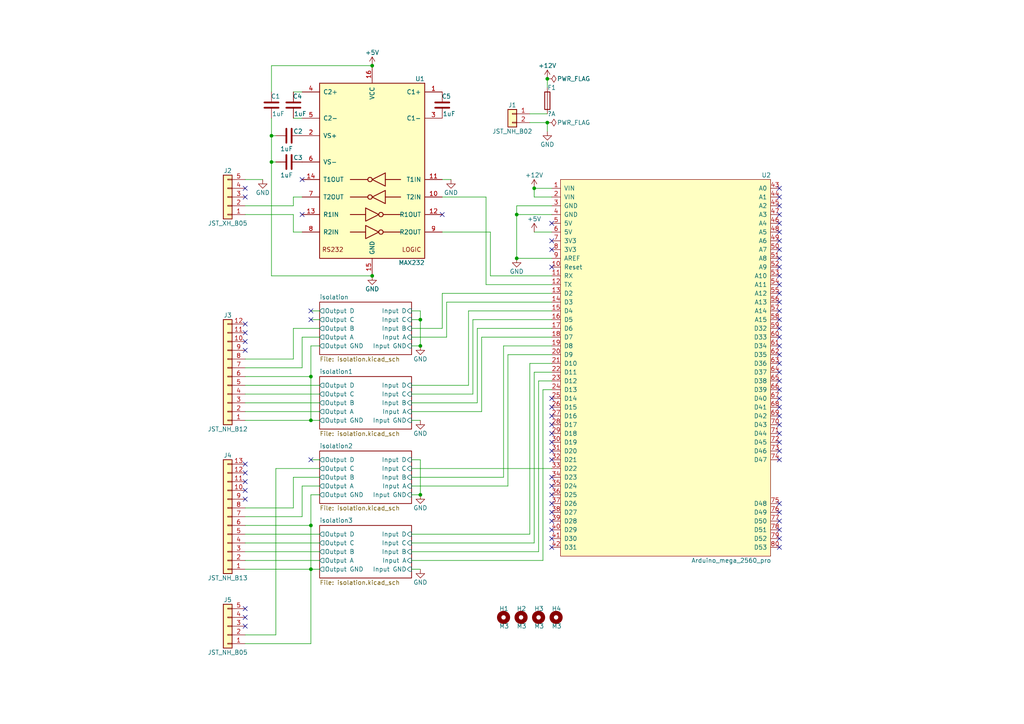
<source format=kicad_sch>
(kicad_sch (version 20211123) (generator eeschema)

  (uuid 3f2caa24-cabf-41f0-96b8-9f34226827e7)

  (paper "A4")

  (lib_symbols
    (symbol "Connector_Generic:Conn_01x02" (pin_names (offset 1.016) hide) (in_bom yes) (on_board yes)
      (property "Reference" "J" (id 0) (at 0 2.54 0)
        (effects (font (size 1.27 1.27)))
      )
      (property "Value" "Conn_01x02" (id 1) (at 0 -5.08 0)
        (effects (font (size 1.27 1.27)))
      )
      (property "Footprint" "" (id 2) (at 0 0 0)
        (effects (font (size 1.27 1.27)) hide)
      )
      (property "Datasheet" "~" (id 3) (at 0 0 0)
        (effects (font (size 1.27 1.27)) hide)
      )
      (property "ki_keywords" "connector" (id 4) (at 0 0 0)
        (effects (font (size 1.27 1.27)) hide)
      )
      (property "ki_description" "Generic connector, single row, 01x02, script generated (kicad-library-utils/schlib/autogen/connector/)" (id 5) (at 0 0 0)
        (effects (font (size 1.27 1.27)) hide)
      )
      (property "ki_fp_filters" "Connector*:*_1x??_*" (id 6) (at 0 0 0)
        (effects (font (size 1.27 1.27)) hide)
      )
      (symbol "Conn_01x02_1_1"
        (rectangle (start -1.27 -2.413) (end 0 -2.667)
          (stroke (width 0.1524) (type default) (color 0 0 0 0))
          (fill (type none))
        )
        (rectangle (start -1.27 0.127) (end 0 -0.127)
          (stroke (width 0.1524) (type default) (color 0 0 0 0))
          (fill (type none))
        )
        (rectangle (start -1.27 1.27) (end 1.27 -3.81)
          (stroke (width 0.254) (type default) (color 0 0 0 0))
          (fill (type background))
        )
        (pin passive line (at -5.08 0 0) (length 3.81)
          (name "Pin_1" (effects (font (size 1.27 1.27))))
          (number "1" (effects (font (size 1.27 1.27))))
        )
        (pin passive line (at -5.08 -2.54 0) (length 3.81)
          (name "Pin_2" (effects (font (size 1.27 1.27))))
          (number "2" (effects (font (size 1.27 1.27))))
        )
      )
    )
    (symbol "Connector_Generic:Conn_01x05" (pin_names (offset 1.016) hide) (in_bom yes) (on_board yes)
      (property "Reference" "J" (id 0) (at 0 7.62 0)
        (effects (font (size 1.27 1.27)))
      )
      (property "Value" "Conn_01x05" (id 1) (at 0 -7.62 0)
        (effects (font (size 1.27 1.27)))
      )
      (property "Footprint" "" (id 2) (at 0 0 0)
        (effects (font (size 1.27 1.27)) hide)
      )
      (property "Datasheet" "~" (id 3) (at 0 0 0)
        (effects (font (size 1.27 1.27)) hide)
      )
      (property "ki_keywords" "connector" (id 4) (at 0 0 0)
        (effects (font (size 1.27 1.27)) hide)
      )
      (property "ki_description" "Generic connector, single row, 01x05, script generated (kicad-library-utils/schlib/autogen/connector/)" (id 5) (at 0 0 0)
        (effects (font (size 1.27 1.27)) hide)
      )
      (property "ki_fp_filters" "Connector*:*_1x??_*" (id 6) (at 0 0 0)
        (effects (font (size 1.27 1.27)) hide)
      )
      (symbol "Conn_01x05_1_1"
        (rectangle (start -1.27 -4.953) (end 0 -5.207)
          (stroke (width 0.1524) (type default) (color 0 0 0 0))
          (fill (type none))
        )
        (rectangle (start -1.27 -2.413) (end 0 -2.667)
          (stroke (width 0.1524) (type default) (color 0 0 0 0))
          (fill (type none))
        )
        (rectangle (start -1.27 0.127) (end 0 -0.127)
          (stroke (width 0.1524) (type default) (color 0 0 0 0))
          (fill (type none))
        )
        (rectangle (start -1.27 2.667) (end 0 2.413)
          (stroke (width 0.1524) (type default) (color 0 0 0 0))
          (fill (type none))
        )
        (rectangle (start -1.27 5.207) (end 0 4.953)
          (stroke (width 0.1524) (type default) (color 0 0 0 0))
          (fill (type none))
        )
        (rectangle (start -1.27 6.35) (end 1.27 -6.35)
          (stroke (width 0.254) (type default) (color 0 0 0 0))
          (fill (type background))
        )
        (pin passive line (at -5.08 5.08 0) (length 3.81)
          (name "Pin_1" (effects (font (size 1.27 1.27))))
          (number "1" (effects (font (size 1.27 1.27))))
        )
        (pin passive line (at -5.08 2.54 0) (length 3.81)
          (name "Pin_2" (effects (font (size 1.27 1.27))))
          (number "2" (effects (font (size 1.27 1.27))))
        )
        (pin passive line (at -5.08 0 0) (length 3.81)
          (name "Pin_3" (effects (font (size 1.27 1.27))))
          (number "3" (effects (font (size 1.27 1.27))))
        )
        (pin passive line (at -5.08 -2.54 0) (length 3.81)
          (name "Pin_4" (effects (font (size 1.27 1.27))))
          (number "4" (effects (font (size 1.27 1.27))))
        )
        (pin passive line (at -5.08 -5.08 0) (length 3.81)
          (name "Pin_5" (effects (font (size 1.27 1.27))))
          (number "5" (effects (font (size 1.27 1.27))))
        )
      )
    )
    (symbol "Connector_Generic:Conn_01x12" (pin_names (offset 1.016) hide) (in_bom yes) (on_board yes)
      (property "Reference" "J" (id 0) (at 0 15.24 0)
        (effects (font (size 1.27 1.27)))
      )
      (property "Value" "Conn_01x12" (id 1) (at 0 -17.78 0)
        (effects (font (size 1.27 1.27)))
      )
      (property "Footprint" "" (id 2) (at 0 0 0)
        (effects (font (size 1.27 1.27)) hide)
      )
      (property "Datasheet" "~" (id 3) (at 0 0 0)
        (effects (font (size 1.27 1.27)) hide)
      )
      (property "ki_keywords" "connector" (id 4) (at 0 0 0)
        (effects (font (size 1.27 1.27)) hide)
      )
      (property "ki_description" "Generic connector, single row, 01x12, script generated (kicad-library-utils/schlib/autogen/connector/)" (id 5) (at 0 0 0)
        (effects (font (size 1.27 1.27)) hide)
      )
      (property "ki_fp_filters" "Connector*:*_1x??_*" (id 6) (at 0 0 0)
        (effects (font (size 1.27 1.27)) hide)
      )
      (symbol "Conn_01x12_1_1"
        (rectangle (start -1.27 -15.113) (end 0 -15.367)
          (stroke (width 0.1524) (type default) (color 0 0 0 0))
          (fill (type none))
        )
        (rectangle (start -1.27 -12.573) (end 0 -12.827)
          (stroke (width 0.1524) (type default) (color 0 0 0 0))
          (fill (type none))
        )
        (rectangle (start -1.27 -10.033) (end 0 -10.287)
          (stroke (width 0.1524) (type default) (color 0 0 0 0))
          (fill (type none))
        )
        (rectangle (start -1.27 -7.493) (end 0 -7.747)
          (stroke (width 0.1524) (type default) (color 0 0 0 0))
          (fill (type none))
        )
        (rectangle (start -1.27 -4.953) (end 0 -5.207)
          (stroke (width 0.1524) (type default) (color 0 0 0 0))
          (fill (type none))
        )
        (rectangle (start -1.27 -2.413) (end 0 -2.667)
          (stroke (width 0.1524) (type default) (color 0 0 0 0))
          (fill (type none))
        )
        (rectangle (start -1.27 0.127) (end 0 -0.127)
          (stroke (width 0.1524) (type default) (color 0 0 0 0))
          (fill (type none))
        )
        (rectangle (start -1.27 2.667) (end 0 2.413)
          (stroke (width 0.1524) (type default) (color 0 0 0 0))
          (fill (type none))
        )
        (rectangle (start -1.27 5.207) (end 0 4.953)
          (stroke (width 0.1524) (type default) (color 0 0 0 0))
          (fill (type none))
        )
        (rectangle (start -1.27 7.747) (end 0 7.493)
          (stroke (width 0.1524) (type default) (color 0 0 0 0))
          (fill (type none))
        )
        (rectangle (start -1.27 10.287) (end 0 10.033)
          (stroke (width 0.1524) (type default) (color 0 0 0 0))
          (fill (type none))
        )
        (rectangle (start -1.27 12.827) (end 0 12.573)
          (stroke (width 0.1524) (type default) (color 0 0 0 0))
          (fill (type none))
        )
        (rectangle (start -1.27 13.97) (end 1.27 -16.51)
          (stroke (width 0.254) (type default) (color 0 0 0 0))
          (fill (type background))
        )
        (pin passive line (at -5.08 12.7 0) (length 3.81)
          (name "Pin_1" (effects (font (size 1.27 1.27))))
          (number "1" (effects (font (size 1.27 1.27))))
        )
        (pin passive line (at -5.08 -10.16 0) (length 3.81)
          (name "Pin_10" (effects (font (size 1.27 1.27))))
          (number "10" (effects (font (size 1.27 1.27))))
        )
        (pin passive line (at -5.08 -12.7 0) (length 3.81)
          (name "Pin_11" (effects (font (size 1.27 1.27))))
          (number "11" (effects (font (size 1.27 1.27))))
        )
        (pin passive line (at -5.08 -15.24 0) (length 3.81)
          (name "Pin_12" (effects (font (size 1.27 1.27))))
          (number "12" (effects (font (size 1.27 1.27))))
        )
        (pin passive line (at -5.08 10.16 0) (length 3.81)
          (name "Pin_2" (effects (font (size 1.27 1.27))))
          (number "2" (effects (font (size 1.27 1.27))))
        )
        (pin passive line (at -5.08 7.62 0) (length 3.81)
          (name "Pin_3" (effects (font (size 1.27 1.27))))
          (number "3" (effects (font (size 1.27 1.27))))
        )
        (pin passive line (at -5.08 5.08 0) (length 3.81)
          (name "Pin_4" (effects (font (size 1.27 1.27))))
          (number "4" (effects (font (size 1.27 1.27))))
        )
        (pin passive line (at -5.08 2.54 0) (length 3.81)
          (name "Pin_5" (effects (font (size 1.27 1.27))))
          (number "5" (effects (font (size 1.27 1.27))))
        )
        (pin passive line (at -5.08 0 0) (length 3.81)
          (name "Pin_6" (effects (font (size 1.27 1.27))))
          (number "6" (effects (font (size 1.27 1.27))))
        )
        (pin passive line (at -5.08 -2.54 0) (length 3.81)
          (name "Pin_7" (effects (font (size 1.27 1.27))))
          (number "7" (effects (font (size 1.27 1.27))))
        )
        (pin passive line (at -5.08 -5.08 0) (length 3.81)
          (name "Pin_8" (effects (font (size 1.27 1.27))))
          (number "8" (effects (font (size 1.27 1.27))))
        )
        (pin passive line (at -5.08 -7.62 0) (length 3.81)
          (name "Pin_9" (effects (font (size 1.27 1.27))))
          (number "9" (effects (font (size 1.27 1.27))))
        )
      )
    )
    (symbol "Connector_Generic:Conn_01x13" (pin_names (offset 1.016) hide) (in_bom yes) (on_board yes)
      (property "Reference" "J" (id 0) (at 0 17.78 0)
        (effects (font (size 1.27 1.27)))
      )
      (property "Value" "Conn_01x13" (id 1) (at 0 -17.78 0)
        (effects (font (size 1.27 1.27)))
      )
      (property "Footprint" "" (id 2) (at 0 0 0)
        (effects (font (size 1.27 1.27)) hide)
      )
      (property "Datasheet" "~" (id 3) (at 0 0 0)
        (effects (font (size 1.27 1.27)) hide)
      )
      (property "ki_keywords" "connector" (id 4) (at 0 0 0)
        (effects (font (size 1.27 1.27)) hide)
      )
      (property "ki_description" "Generic connector, single row, 01x13, script generated (kicad-library-utils/schlib/autogen/connector/)" (id 5) (at 0 0 0)
        (effects (font (size 1.27 1.27)) hide)
      )
      (property "ki_fp_filters" "Connector*:*_1x??_*" (id 6) (at 0 0 0)
        (effects (font (size 1.27 1.27)) hide)
      )
      (symbol "Conn_01x13_1_1"
        (rectangle (start -1.27 -15.113) (end 0 -15.367)
          (stroke (width 0.1524) (type default) (color 0 0 0 0))
          (fill (type none))
        )
        (rectangle (start -1.27 -12.573) (end 0 -12.827)
          (stroke (width 0.1524) (type default) (color 0 0 0 0))
          (fill (type none))
        )
        (rectangle (start -1.27 -10.033) (end 0 -10.287)
          (stroke (width 0.1524) (type default) (color 0 0 0 0))
          (fill (type none))
        )
        (rectangle (start -1.27 -7.493) (end 0 -7.747)
          (stroke (width 0.1524) (type default) (color 0 0 0 0))
          (fill (type none))
        )
        (rectangle (start -1.27 -4.953) (end 0 -5.207)
          (stroke (width 0.1524) (type default) (color 0 0 0 0))
          (fill (type none))
        )
        (rectangle (start -1.27 -2.413) (end 0 -2.667)
          (stroke (width 0.1524) (type default) (color 0 0 0 0))
          (fill (type none))
        )
        (rectangle (start -1.27 0.127) (end 0 -0.127)
          (stroke (width 0.1524) (type default) (color 0 0 0 0))
          (fill (type none))
        )
        (rectangle (start -1.27 2.667) (end 0 2.413)
          (stroke (width 0.1524) (type default) (color 0 0 0 0))
          (fill (type none))
        )
        (rectangle (start -1.27 5.207) (end 0 4.953)
          (stroke (width 0.1524) (type default) (color 0 0 0 0))
          (fill (type none))
        )
        (rectangle (start -1.27 7.747) (end 0 7.493)
          (stroke (width 0.1524) (type default) (color 0 0 0 0))
          (fill (type none))
        )
        (rectangle (start -1.27 10.287) (end 0 10.033)
          (stroke (width 0.1524) (type default) (color 0 0 0 0))
          (fill (type none))
        )
        (rectangle (start -1.27 12.827) (end 0 12.573)
          (stroke (width 0.1524) (type default) (color 0 0 0 0))
          (fill (type none))
        )
        (rectangle (start -1.27 15.367) (end 0 15.113)
          (stroke (width 0.1524) (type default) (color 0 0 0 0))
          (fill (type none))
        )
        (rectangle (start -1.27 16.51) (end 1.27 -16.51)
          (stroke (width 0.254) (type default) (color 0 0 0 0))
          (fill (type background))
        )
        (pin passive line (at -5.08 15.24 0) (length 3.81)
          (name "Pin_1" (effects (font (size 1.27 1.27))))
          (number "1" (effects (font (size 1.27 1.27))))
        )
        (pin passive line (at -5.08 -7.62 0) (length 3.81)
          (name "Pin_10" (effects (font (size 1.27 1.27))))
          (number "10" (effects (font (size 1.27 1.27))))
        )
        (pin passive line (at -5.08 -10.16 0) (length 3.81)
          (name "Pin_11" (effects (font (size 1.27 1.27))))
          (number "11" (effects (font (size 1.27 1.27))))
        )
        (pin passive line (at -5.08 -12.7 0) (length 3.81)
          (name "Pin_12" (effects (font (size 1.27 1.27))))
          (number "12" (effects (font (size 1.27 1.27))))
        )
        (pin passive line (at -5.08 -15.24 0) (length 3.81)
          (name "Pin_13" (effects (font (size 1.27 1.27))))
          (number "13" (effects (font (size 1.27 1.27))))
        )
        (pin passive line (at -5.08 12.7 0) (length 3.81)
          (name "Pin_2" (effects (font (size 1.27 1.27))))
          (number "2" (effects (font (size 1.27 1.27))))
        )
        (pin passive line (at -5.08 10.16 0) (length 3.81)
          (name "Pin_3" (effects (font (size 1.27 1.27))))
          (number "3" (effects (font (size 1.27 1.27))))
        )
        (pin passive line (at -5.08 7.62 0) (length 3.81)
          (name "Pin_4" (effects (font (size 1.27 1.27))))
          (number "4" (effects (font (size 1.27 1.27))))
        )
        (pin passive line (at -5.08 5.08 0) (length 3.81)
          (name "Pin_5" (effects (font (size 1.27 1.27))))
          (number "5" (effects (font (size 1.27 1.27))))
        )
        (pin passive line (at -5.08 2.54 0) (length 3.81)
          (name "Pin_6" (effects (font (size 1.27 1.27))))
          (number "6" (effects (font (size 1.27 1.27))))
        )
        (pin passive line (at -5.08 0 0) (length 3.81)
          (name "Pin_7" (effects (font (size 1.27 1.27))))
          (number "7" (effects (font (size 1.27 1.27))))
        )
        (pin passive line (at -5.08 -2.54 0) (length 3.81)
          (name "Pin_8" (effects (font (size 1.27 1.27))))
          (number "8" (effects (font (size 1.27 1.27))))
        )
        (pin passive line (at -5.08 -5.08 0) (length 3.81)
          (name "Pin_9" (effects (font (size 1.27 1.27))))
          (number "9" (effects (font (size 1.27 1.27))))
        )
      )
    )
    (symbol "Device:C" (pin_numbers hide) (pin_names (offset 0.254)) (in_bom yes) (on_board yes)
      (property "Reference" "C" (id 0) (at 0.635 2.54 0)
        (effects (font (size 1.27 1.27)) (justify left))
      )
      (property "Value" "C" (id 1) (at 0.635 -2.54 0)
        (effects (font (size 1.27 1.27)) (justify left))
      )
      (property "Footprint" "" (id 2) (at 0.9652 -3.81 0)
        (effects (font (size 1.27 1.27)) hide)
      )
      (property "Datasheet" "~" (id 3) (at 0 0 0)
        (effects (font (size 1.27 1.27)) hide)
      )
      (property "ki_keywords" "cap capacitor" (id 4) (at 0 0 0)
        (effects (font (size 1.27 1.27)) hide)
      )
      (property "ki_description" "Unpolarized capacitor" (id 5) (at 0 0 0)
        (effects (font (size 1.27 1.27)) hide)
      )
      (property "ki_fp_filters" "C_*" (id 6) (at 0 0 0)
        (effects (font (size 1.27 1.27)) hide)
      )
      (symbol "C_0_1"
        (polyline
          (pts
            (xy -2.032 -0.762)
            (xy 2.032 -0.762)
          )
          (stroke (width 0.508) (type default) (color 0 0 0 0))
          (fill (type none))
        )
        (polyline
          (pts
            (xy -2.032 0.762)
            (xy 2.032 0.762)
          )
          (stroke (width 0.508) (type default) (color 0 0 0 0))
          (fill (type none))
        )
      )
      (symbol "C_1_1"
        (pin passive line (at 0 3.81 270) (length 2.794)
          (name "~" (effects (font (size 1.27 1.27))))
          (number "1" (effects (font (size 1.27 1.27))))
        )
        (pin passive line (at 0 -3.81 90) (length 2.794)
          (name "~" (effects (font (size 1.27 1.27))))
          (number "2" (effects (font (size 1.27 1.27))))
        )
      )
    )
    (symbol "Device:Fuse" (pin_numbers hide) (pin_names (offset 0)) (in_bom yes) (on_board yes)
      (property "Reference" "F" (id 0) (at 2.032 0 90)
        (effects (font (size 1.27 1.27)))
      )
      (property "Value" "Fuse" (id 1) (at -1.905 0 90)
        (effects (font (size 1.27 1.27)))
      )
      (property "Footprint" "" (id 2) (at -1.778 0 90)
        (effects (font (size 1.27 1.27)) hide)
      )
      (property "Datasheet" "~" (id 3) (at 0 0 0)
        (effects (font (size 1.27 1.27)) hide)
      )
      (property "ki_keywords" "fuse" (id 4) (at 0 0 0)
        (effects (font (size 1.27 1.27)) hide)
      )
      (property "ki_description" "Fuse" (id 5) (at 0 0 0)
        (effects (font (size 1.27 1.27)) hide)
      )
      (property "ki_fp_filters" "*Fuse*" (id 6) (at 0 0 0)
        (effects (font (size 1.27 1.27)) hide)
      )
      (symbol "Fuse_0_1"
        (rectangle (start -0.762 -2.54) (end 0.762 2.54)
          (stroke (width 0.254) (type default) (color 0 0 0 0))
          (fill (type none))
        )
        (polyline
          (pts
            (xy 0 2.54)
            (xy 0 -2.54)
          )
          (stroke (width 0) (type default) (color 0 0 0 0))
          (fill (type none))
        )
      )
      (symbol "Fuse_1_1"
        (pin passive line (at 0 3.81 270) (length 1.27)
          (name "~" (effects (font (size 1.27 1.27))))
          (number "1" (effects (font (size 1.27 1.27))))
        )
        (pin passive line (at 0 -3.81 90) (length 1.27)
          (name "~" (effects (font (size 1.27 1.27))))
          (number "2" (effects (font (size 1.27 1.27))))
        )
      )
    )
    (symbol "Interface_UART:MAX232" (pin_names (offset 1.016)) (in_bom yes) (on_board yes)
      (property "Reference" "U" (id 0) (at -2.54 28.575 0)
        (effects (font (size 1.27 1.27)) (justify right))
      )
      (property "Value" "MAX232" (id 1) (at -2.54 26.67 0)
        (effects (font (size 1.27 1.27)) (justify right))
      )
      (property "Footprint" "" (id 2) (at 1.27 -26.67 0)
        (effects (font (size 1.27 1.27)) (justify left) hide)
      )
      (property "Datasheet" "http://www.ti.com/lit/ds/symlink/max232.pdf" (id 3) (at 0 2.54 0)
        (effects (font (size 1.27 1.27)) hide)
      )
      (property "ki_keywords" "rs232 uart transceiver line-driver" (id 4) (at 0 0 0)
        (effects (font (size 1.27 1.27)) hide)
      )
      (property "ki_description" "Dual RS232 driver/receiver, 5V supply, 120kb/s, 0C-70C" (id 5) (at 0 0 0)
        (effects (font (size 1.27 1.27)) hide)
      )
      (property "ki_fp_filters" "SOIC*P1.27mm* DIP*W7.62mm* TSSOP*4.4x5mm*P0.65mm*" (id 6) (at 0 0 0)
        (effects (font (size 1.27 1.27)) hide)
      )
      (symbol "MAX232_0_0"
        (text "LOGIC" (at -11.43 -22.86 0)
          (effects (font (size 1.27 1.27)))
        )
        (text "RS232" (at 11.43 -22.86 0)
          (effects (font (size 1.27 1.27)))
        )
      )
      (symbol "MAX232_0_1"
        (rectangle (start -15.24 -25.4) (end 15.24 25.4)
          (stroke (width 0.254) (type default) (color 0 0 0 0))
          (fill (type background))
        )
        (circle (center -2.54 -17.78) (radius 0.635)
          (stroke (width 0.254) (type default) (color 0 0 0 0))
          (fill (type none))
        )
        (circle (center -2.54 -12.7) (radius 0.635)
          (stroke (width 0.254) (type default) (color 0 0 0 0))
          (fill (type none))
        )
        (polyline
          (pts
            (xy -3.81 -7.62)
            (xy -8.255 -7.62)
          )
          (stroke (width 0.254) (type default) (color 0 0 0 0))
          (fill (type none))
        )
        (polyline
          (pts
            (xy -3.81 -2.54)
            (xy -8.255 -2.54)
          )
          (stroke (width 0.254) (type default) (color 0 0 0 0))
          (fill (type none))
        )
        (polyline
          (pts
            (xy -3.175 -17.78)
            (xy -8.255 -17.78)
          )
          (stroke (width 0.254) (type default) (color 0 0 0 0))
          (fill (type none))
        )
        (polyline
          (pts
            (xy -3.175 -12.7)
            (xy -8.255 -12.7)
          )
          (stroke (width 0.254) (type default) (color 0 0 0 0))
          (fill (type none))
        )
        (polyline
          (pts
            (xy 1.27 -7.62)
            (xy 6.35 -7.62)
          )
          (stroke (width 0.254) (type default) (color 0 0 0 0))
          (fill (type none))
        )
        (polyline
          (pts
            (xy 1.27 -2.54)
            (xy 6.35 -2.54)
          )
          (stroke (width 0.254) (type default) (color 0 0 0 0))
          (fill (type none))
        )
        (polyline
          (pts
            (xy 1.905 -17.78)
            (xy 6.35 -17.78)
          )
          (stroke (width 0.254) (type default) (color 0 0 0 0))
          (fill (type none))
        )
        (polyline
          (pts
            (xy 1.905 -12.7)
            (xy 6.35 -12.7)
          )
          (stroke (width 0.254) (type default) (color 0 0 0 0))
          (fill (type none))
        )
        (polyline
          (pts
            (xy -3.81 -5.715)
            (xy -3.81 -9.525)
            (xy 0 -7.62)
            (xy -3.81 -5.715)
          )
          (stroke (width 0.254) (type default) (color 0 0 0 0))
          (fill (type none))
        )
        (polyline
          (pts
            (xy -3.81 -0.635)
            (xy -3.81 -4.445)
            (xy 0 -2.54)
            (xy -3.81 -0.635)
          )
          (stroke (width 0.254) (type default) (color 0 0 0 0))
          (fill (type none))
        )
        (polyline
          (pts
            (xy 1.905 -15.875)
            (xy 1.905 -19.685)
            (xy -1.905 -17.78)
            (xy 1.905 -15.875)
          )
          (stroke (width 0.254) (type default) (color 0 0 0 0))
          (fill (type none))
        )
        (polyline
          (pts
            (xy 1.905 -10.795)
            (xy 1.905 -14.605)
            (xy -1.905 -12.7)
            (xy 1.905 -10.795)
          )
          (stroke (width 0.254) (type default) (color 0 0 0 0))
          (fill (type none))
        )
        (circle (center 0.635 -7.62) (radius 0.635)
          (stroke (width 0.254) (type default) (color 0 0 0 0))
          (fill (type none))
        )
        (circle (center 0.635 -2.54) (radius 0.635)
          (stroke (width 0.254) (type default) (color 0 0 0 0))
          (fill (type none))
        )
      )
      (symbol "MAX232_1_1"
        (pin passive line (at -20.32 22.86 0) (length 5.08)
          (name "C1+" (effects (font (size 1.27 1.27))))
          (number "1" (effects (font (size 1.27 1.27))))
        )
        (pin input line (at -20.32 -7.62 0) (length 5.08)
          (name "T2IN" (effects (font (size 1.27 1.27))))
          (number "10" (effects (font (size 1.27 1.27))))
        )
        (pin input line (at -20.32 -2.54 0) (length 5.08)
          (name "T1IN" (effects (font (size 1.27 1.27))))
          (number "11" (effects (font (size 1.27 1.27))))
        )
        (pin output line (at -20.32 -12.7 0) (length 5.08)
          (name "R1OUT" (effects (font (size 1.27 1.27))))
          (number "12" (effects (font (size 1.27 1.27))))
        )
        (pin input line (at 20.32 -12.7 180) (length 5.08)
          (name "R1IN" (effects (font (size 1.27 1.27))))
          (number "13" (effects (font (size 1.27 1.27))))
        )
        (pin output line (at 20.32 -2.54 180) (length 5.08)
          (name "T1OUT" (effects (font (size 1.27 1.27))))
          (number "14" (effects (font (size 1.27 1.27))))
        )
        (pin power_in line (at 0 -30.48 90) (length 5.08)
          (name "GND" (effects (font (size 1.27 1.27))))
          (number "15" (effects (font (size 1.27 1.27))))
        )
        (pin power_in line (at 0 30.48 270) (length 5.08)
          (name "VCC" (effects (font (size 1.27 1.27))))
          (number "16" (effects (font (size 1.27 1.27))))
        )
        (pin power_out line (at 20.32 10.16 180) (length 5.08)
          (name "VS+" (effects (font (size 1.27 1.27))))
          (number "2" (effects (font (size 1.27 1.27))))
        )
        (pin passive line (at -20.32 15.24 0) (length 5.08)
          (name "C1-" (effects (font (size 1.27 1.27))))
          (number "3" (effects (font (size 1.27 1.27))))
        )
        (pin passive line (at 20.32 22.86 180) (length 5.08)
          (name "C2+" (effects (font (size 1.27 1.27))))
          (number "4" (effects (font (size 1.27 1.27))))
        )
        (pin passive line (at 20.32 15.24 180) (length 5.08)
          (name "C2-" (effects (font (size 1.27 1.27))))
          (number "5" (effects (font (size 1.27 1.27))))
        )
        (pin power_out line (at 20.32 2.54 180) (length 5.08)
          (name "VS-" (effects (font (size 1.27 1.27))))
          (number "6" (effects (font (size 1.27 1.27))))
        )
        (pin output line (at 20.32 -7.62 180) (length 5.08)
          (name "T2OUT" (effects (font (size 1.27 1.27))))
          (number "7" (effects (font (size 1.27 1.27))))
        )
        (pin input line (at 20.32 -17.78 180) (length 5.08)
          (name "R2IN" (effects (font (size 1.27 1.27))))
          (number "8" (effects (font (size 1.27 1.27))))
        )
        (pin output line (at -20.32 -17.78 0) (length 5.08)
          (name "R2OUT" (effects (font (size 1.27 1.27))))
          (number "9" (effects (font (size 1.27 1.27))))
        )
      )
    )
    (symbol "Mechanical:MountingHole" (pin_names (offset 1.016)) (in_bom yes) (on_board yes)
      (property "Reference" "H" (id 0) (at 0 5.08 0)
        (effects (font (size 1.27 1.27)))
      )
      (property "Value" "MountingHole" (id 1) (at 0 3.175 0)
        (effects (font (size 1.27 1.27)))
      )
      (property "Footprint" "" (id 2) (at 0 0 0)
        (effects (font (size 1.27 1.27)) hide)
      )
      (property "Datasheet" "~" (id 3) (at 0 0 0)
        (effects (font (size 1.27 1.27)) hide)
      )
      (property "ki_keywords" "mounting hole" (id 4) (at 0 0 0)
        (effects (font (size 1.27 1.27)) hide)
      )
      (property "ki_description" "Mounting Hole without connection" (id 5) (at 0 0 0)
        (effects (font (size 1.27 1.27)) hide)
      )
      (property "ki_fp_filters" "MountingHole*" (id 6) (at 0 0 0)
        (effects (font (size 1.27 1.27)) hide)
      )
      (symbol "MountingHole_0_1"
        (circle (center 0 0) (radius 1.27)
          (stroke (width 1.27) (type default) (color 0 0 0 0))
          (fill (type none))
        )
      )
    )
    (symbol "custom:Arduino_mega_2560_pro" (pin_names (offset 1)) (in_bom yes) (on_board yes)
      (property "Reference" "U" (id 0) (at -1.27 55.88 0)
        (effects (font (size 1.27 1.27)))
      )
      (property "Value" "Arduino_mega_2560_pro" (id 1) (at 1.27 -55.88 0)
        (effects (font (size 1.27 1.27)))
      )
      (property "Footprint" "" (id 2) (at 0 11.43 0)
        (effects (font (size 1.27 1.27)) hide)
      )
      (property "Datasheet" "" (id 3) (at 0 11.43 0)
        (effects (font (size 1.27 1.27)) hide)
      )
      (symbol "Arduino_mega_2560_pro_0_1"
        (rectangle (start -30.48 54.61) (end 30.48 -54.61)
          (stroke (width 0) (type default) (color 0 0 0 0))
          (fill (type background))
        )
      )
      (symbol "Arduino_mega_2560_pro_1_1"
        (pin power_in line (at -33.02 52.07 0) (length 2.54)
          (name "VIN" (effects (font (size 1.27 1.27))))
          (number "1" (effects (font (size 1.27 1.27))))
        )
        (pin input line (at -33.02 29.21 0) (length 2.54)
          (name "Reset" (effects (font (size 1.27 1.27))))
          (number "10" (effects (font (size 1.27 1.27))))
        )
        (pin input line (at -33.02 26.67 0) (length 2.54)
          (name "RX" (effects (font (size 1.27 1.27))))
          (number "11" (effects (font (size 1.27 1.27))))
        )
        (pin output line (at -33.02 24.13 0) (length 2.54)
          (name "TX" (effects (font (size 1.27 1.27))))
          (number "12" (effects (font (size 1.27 1.27))))
        )
        (pin bidirectional line (at -33.02 21.59 0) (length 2.54)
          (name "D2" (effects (font (size 1.27 1.27))))
          (number "13" (effects (font (size 1.27 1.27))))
        )
        (pin bidirectional line (at -33.02 19.05 0) (length 2.54)
          (name "D3" (effects (font (size 1.27 1.27))))
          (number "14" (effects (font (size 1.27 1.27))))
        )
        (pin bidirectional line (at -33.02 16.51 0) (length 2.54)
          (name "D4" (effects (font (size 1.27 1.27))))
          (number "15" (effects (font (size 1.27 1.27))))
        )
        (pin bidirectional line (at -33.02 13.97 0) (length 2.54)
          (name "D5" (effects (font (size 1.27 1.27))))
          (number "16" (effects (font (size 1.27 1.27))))
        )
        (pin bidirectional line (at -33.02 11.43 0) (length 2.54)
          (name "D6" (effects (font (size 1.27 1.27))))
          (number "17" (effects (font (size 1.27 1.27))))
        )
        (pin bidirectional line (at -33.02 8.89 0) (length 2.54)
          (name "D7" (effects (font (size 1.27 1.27))))
          (number "18" (effects (font (size 1.27 1.27))))
        )
        (pin bidirectional line (at -33.02 6.35 0) (length 2.54)
          (name "D8" (effects (font (size 1.27 1.27))))
          (number "19" (effects (font (size 1.27 1.27))))
        )
        (pin power_in line (at -33.02 49.53 0) (length 2.54)
          (name "VIN" (effects (font (size 1.27 1.27))))
          (number "2" (effects (font (size 1.27 1.27))))
        )
        (pin bidirectional line (at -33.02 3.81 0) (length 2.54)
          (name "D9" (effects (font (size 1.27 1.27))))
          (number "20" (effects (font (size 1.27 1.27))))
        )
        (pin bidirectional line (at -33.02 1.27 0) (length 2.54)
          (name "D10" (effects (font (size 1.27 1.27))))
          (number "21" (effects (font (size 1.27 1.27))))
        )
        (pin bidirectional line (at -33.02 -1.27 0) (length 2.54)
          (name "D11" (effects (font (size 1.27 1.27))))
          (number "22" (effects (font (size 1.27 1.27))))
        )
        (pin bidirectional line (at -33.02 -3.81 0) (length 2.54)
          (name "D12" (effects (font (size 1.27 1.27))))
          (number "23" (effects (font (size 1.27 1.27))))
        )
        (pin bidirectional line (at -33.02 -6.35 0) (length 2.54)
          (name "D13" (effects (font (size 1.27 1.27))))
          (number "24" (effects (font (size 1.27 1.27))))
        )
        (pin bidirectional line (at -33.02 -8.89 0) (length 2.54)
          (name "D14" (effects (font (size 1.27 1.27))))
          (number "25" (effects (font (size 1.27 1.27))))
        )
        (pin bidirectional line (at -33.02 -11.43 0) (length 2.54)
          (name "D15" (effects (font (size 1.27 1.27))))
          (number "26" (effects (font (size 1.27 1.27))))
        )
        (pin bidirectional line (at -33.02 -13.97 0) (length 2.54)
          (name "D16" (effects (font (size 1.27 1.27))))
          (number "27" (effects (font (size 1.27 1.27))))
        )
        (pin bidirectional line (at -33.02 -16.51 0) (length 2.54)
          (name "D17" (effects (font (size 1.27 1.27))))
          (number "28" (effects (font (size 1.27 1.27))))
        )
        (pin bidirectional line (at -33.02 -19.05 0) (length 2.54)
          (name "D18" (effects (font (size 1.27 1.27))))
          (number "29" (effects (font (size 1.27 1.27))))
        )
        (pin power_in line (at -33.02 46.99 0) (length 2.54)
          (name "GND" (effects (font (size 1.27 1.27))))
          (number "3" (effects (font (size 1.27 1.27))))
        )
        (pin bidirectional line (at -33.02 -21.59 0) (length 2.54)
          (name "D19" (effects (font (size 1.27 1.27))))
          (number "30" (effects (font (size 1.27 1.27))))
        )
        (pin bidirectional line (at -33.02 -24.13 0) (length 2.54)
          (name "D20" (effects (font (size 1.27 1.27))))
          (number "31" (effects (font (size 1.27 1.27))))
        )
        (pin bidirectional line (at -33.02 -26.67 0) (length 2.54)
          (name "D21" (effects (font (size 1.27 1.27))))
          (number "32" (effects (font (size 1.27 1.27))))
        )
        (pin bidirectional line (at -33.02 -29.21 0) (length 2.54)
          (name "D22" (effects (font (size 1.27 1.27))))
          (number "33" (effects (font (size 1.27 1.27))))
        )
        (pin bidirectional line (at -33.02 -31.75 0) (length 2.54)
          (name "D23" (effects (font (size 1.27 1.27))))
          (number "34" (effects (font (size 1.27 1.27))))
        )
        (pin bidirectional line (at -33.02 -34.29 0) (length 2.54)
          (name "D24" (effects (font (size 1.27 1.27))))
          (number "35" (effects (font (size 1.27 1.27))))
        )
        (pin bidirectional line (at -33.02 -36.83 0) (length 2.54)
          (name "D25" (effects (font (size 1.27 1.27))))
          (number "36" (effects (font (size 1.27 1.27))))
        )
        (pin bidirectional line (at -33.02 -39.37 0) (length 2.54)
          (name "D26" (effects (font (size 1.27 1.27))))
          (number "37" (effects (font (size 1.27 1.27))))
        )
        (pin bidirectional line (at -33.02 -41.91 0) (length 2.54)
          (name "D27" (effects (font (size 1.27 1.27))))
          (number "38" (effects (font (size 1.27 1.27))))
        )
        (pin bidirectional line (at -33.02 -44.45 0) (length 2.54)
          (name "D28" (effects (font (size 1.27 1.27))))
          (number "39" (effects (font (size 1.27 1.27))))
        )
        (pin power_in line (at -33.02 44.45 0) (length 2.54)
          (name "GND" (effects (font (size 1.27 1.27))))
          (number "4" (effects (font (size 1.27 1.27))))
        )
        (pin bidirectional line (at -33.02 -46.99 0) (length 2.54)
          (name "D29" (effects (font (size 1.27 1.27))))
          (number "40" (effects (font (size 1.27 1.27))))
        )
        (pin bidirectional line (at -33.02 -49.53 0) (length 2.54)
          (name "D30" (effects (font (size 1.27 1.27))))
          (number "41" (effects (font (size 1.27 1.27))))
        )
        (pin bidirectional line (at -33.02 -52.07 0) (length 2.54)
          (name "D31" (effects (font (size 1.27 1.27))))
          (number "42" (effects (font (size 1.27 1.27))))
        )
        (pin bidirectional line (at 33.02 52.07 180) (length 2.54)
          (name "A0" (effects (font (size 1.27 1.27))))
          (number "43" (effects (font (size 1.27 1.27))))
        )
        (pin bidirectional line (at 33.02 49.53 180) (length 2.54)
          (name "A1" (effects (font (size 1.27 1.27))))
          (number "44" (effects (font (size 1.27 1.27))))
        )
        (pin bidirectional line (at 33.02 46.99 180) (length 2.54)
          (name "A2" (effects (font (size 1.27 1.27))))
          (number "45" (effects (font (size 1.27 1.27))))
        )
        (pin bidirectional line (at 33.02 41.91 180) (length 2.54)
          (name "A4" (effects (font (size 1.27 1.27))))
          (number "46" (effects (font (size 1.27 1.27))))
        )
        (pin bidirectional line (at 33.02 44.45 180) (length 2.54)
          (name "A3" (effects (font (size 1.27 1.27))))
          (number "47" (effects (font (size 1.27 1.27))))
        )
        (pin bidirectional line (at 33.02 39.37 180) (length 2.54)
          (name "A5" (effects (font (size 1.27 1.27))))
          (number "48" (effects (font (size 1.27 1.27))))
        )
        (pin bidirectional line (at 33.02 36.83 180) (length 2.54)
          (name "A6" (effects (font (size 1.27 1.27))))
          (number "49" (effects (font (size 1.27 1.27))))
        )
        (pin power_out line (at -33.02 41.91 0) (length 2.54)
          (name "5V" (effects (font (size 1.27 1.27))))
          (number "5" (effects (font (size 1.27 1.27))))
        )
        (pin bidirectional line (at 33.02 34.29 180) (length 2.54)
          (name "A7" (effects (font (size 1.27 1.27))))
          (number "50" (effects (font (size 1.27 1.27))))
        )
        (pin bidirectional line (at 33.02 31.75 180) (length 2.54)
          (name "A8" (effects (font (size 1.27 1.27))))
          (number "51" (effects (font (size 1.27 1.27))))
        )
        (pin bidirectional line (at 33.02 29.21 180) (length 2.54)
          (name "A9" (effects (font (size 1.27 1.27))))
          (number "52" (effects (font (size 1.27 1.27))))
        )
        (pin bidirectional line (at 33.02 26.67 180) (length 2.54)
          (name "A10" (effects (font (size 1.27 1.27))))
          (number "53" (effects (font (size 1.27 1.27))))
        )
        (pin bidirectional line (at 33.02 24.13 180) (length 2.54)
          (name "A11" (effects (font (size 1.27 1.27))))
          (number "54" (effects (font (size 1.27 1.27))))
        )
        (pin bidirectional line (at 33.02 21.59 180) (length 2.54)
          (name "A12" (effects (font (size 1.27 1.27))))
          (number "55" (effects (font (size 1.27 1.27))))
        )
        (pin bidirectional line (at 33.02 19.05 180) (length 2.54)
          (name "A13" (effects (font (size 1.27 1.27))))
          (number "56" (effects (font (size 1.27 1.27))))
        )
        (pin bidirectional line (at 33.02 16.51 180) (length 2.54)
          (name "A14" (effects (font (size 1.27 1.27))))
          (number "57" (effects (font (size 1.27 1.27))))
        )
        (pin bidirectional line (at 33.02 13.97 180) (length 2.54)
          (name "A15" (effects (font (size 1.27 1.27))))
          (number "58" (effects (font (size 1.27 1.27))))
        )
        (pin bidirectional line (at 33.02 11.43 180) (length 2.54)
          (name "D32" (effects (font (size 1.27 1.27))))
          (number "59" (effects (font (size 1.27 1.27))))
        )
        (pin power_out line (at -33.02 39.37 0) (length 2.54)
          (name "5V" (effects (font (size 1.27 1.27))))
          (number "6" (effects (font (size 1.27 1.27))))
        )
        (pin bidirectional line (at 33.02 8.89 180) (length 2.54)
          (name "D33" (effects (font (size 1.27 1.27))))
          (number "60" (effects (font (size 1.27 1.27))))
        )
        (pin bidirectional line (at 33.02 6.35 180) (length 2.54)
          (name "D34" (effects (font (size 1.27 1.27))))
          (number "61" (effects (font (size 1.27 1.27))))
        )
        (pin bidirectional line (at 33.02 3.81 180) (length 2.54)
          (name "D35" (effects (font (size 1.27 1.27))))
          (number "62" (effects (font (size 1.27 1.27))))
        )
        (pin bidirectional line (at 33.02 1.27 180) (length 2.54)
          (name "D36" (effects (font (size 1.27 1.27))))
          (number "63" (effects (font (size 1.27 1.27))))
        )
        (pin bidirectional line (at 33.02 -1.27 180) (length 2.54)
          (name "D37" (effects (font (size 1.27 1.27))))
          (number "64" (effects (font (size 1.27 1.27))))
        )
        (pin bidirectional line (at 33.02 -3.81 180) (length 2.54)
          (name "D38" (effects (font (size 1.27 1.27))))
          (number "65" (effects (font (size 1.27 1.27))))
        )
        (pin bidirectional line (at 33.02 -6.35 180) (length 2.54)
          (name "D39" (effects (font (size 1.27 1.27))))
          (number "66" (effects (font (size 1.27 1.27))))
        )
        (pin bidirectional line (at 33.02 -8.89 180) (length 2.54)
          (name "D40" (effects (font (size 1.27 1.27))))
          (number "67" (effects (font (size 1.27 1.27))))
        )
        (pin bidirectional line (at 33.02 -11.43 180) (length 2.54)
          (name "D41" (effects (font (size 1.27 1.27))))
          (number "68" (effects (font (size 1.27 1.27))))
        )
        (pin bidirectional line (at 33.02 -13.97 180) (length 2.54)
          (name "D42" (effects (font (size 1.27 1.27))))
          (number "69" (effects (font (size 1.27 1.27))))
        )
        (pin power_out line (at -33.02 36.83 0) (length 2.54)
          (name "3V3" (effects (font (size 1.27 1.27))))
          (number "7" (effects (font (size 1.27 1.27))))
        )
        (pin bidirectional line (at 33.02 -16.51 180) (length 2.54)
          (name "D43" (effects (font (size 1.27 1.27))))
          (number "70" (effects (font (size 1.27 1.27))))
        )
        (pin bidirectional line (at 33.02 -19.05 180) (length 2.54)
          (name "D44" (effects (font (size 1.27 1.27))))
          (number "71" (effects (font (size 1.27 1.27))))
        )
        (pin bidirectional line (at 33.02 -21.59 180) (length 2.54)
          (name "D45" (effects (font (size 1.27 1.27))))
          (number "72" (effects (font (size 1.27 1.27))))
        )
        (pin bidirectional line (at 33.02 -24.13 180) (length 2.54)
          (name "D46" (effects (font (size 1.27 1.27))))
          (number "73" (effects (font (size 1.27 1.27))))
        )
        (pin bidirectional line (at 33.02 -26.67 180) (length 2.54)
          (name "D47" (effects (font (size 1.27 1.27))))
          (number "74" (effects (font (size 1.27 1.27))))
        )
        (pin bidirectional line (at 33.02 -39.37 180) (length 2.54)
          (name "D48" (effects (font (size 1.27 1.27))))
          (number "75" (effects (font (size 1.27 1.27))))
        )
        (pin bidirectional line (at 33.02 -41.91 180) (length 2.54)
          (name "D49" (effects (font (size 1.27 1.27))))
          (number "76" (effects (font (size 1.27 1.27))))
        )
        (pin bidirectional line (at 33.02 -44.45 180) (length 2.54)
          (name "D50" (effects (font (size 1.27 1.27))))
          (number "77" (effects (font (size 1.27 1.27))))
        )
        (pin bidirectional line (at 33.02 -46.99 180) (length 2.54)
          (name "D51" (effects (font (size 1.27 1.27))))
          (number "78" (effects (font (size 1.27 1.27))))
        )
        (pin bidirectional line (at 33.02 -49.53 180) (length 2.54)
          (name "D52" (effects (font (size 1.27 1.27))))
          (number "79" (effects (font (size 1.27 1.27))))
        )
        (pin power_out line (at -33.02 34.29 0) (length 2.54)
          (name "3V3" (effects (font (size 1.27 1.27))))
          (number "8" (effects (font (size 1.27 1.27))))
        )
        (pin bidirectional line (at 33.02 -52.07 180) (length 2.54)
          (name "D53" (effects (font (size 1.27 1.27))))
          (number "80" (effects (font (size 1.27 1.27))))
        )
        (pin input line (at -33.02 31.75 0) (length 2.54)
          (name "AREF" (effects (font (size 1.27 1.27))))
          (number "9" (effects (font (size 1.27 1.27))))
        )
      )
    )
    (symbol "power:+12V" (power) (pin_names (offset 0)) (in_bom yes) (on_board yes)
      (property "Reference" "#PWR" (id 0) (at 0 -3.81 0)
        (effects (font (size 1.27 1.27)) hide)
      )
      (property "Value" "+12V" (id 1) (at 0 3.556 0)
        (effects (font (size 1.27 1.27)))
      )
      (property "Footprint" "" (id 2) (at 0 0 0)
        (effects (font (size 1.27 1.27)) hide)
      )
      (property "Datasheet" "" (id 3) (at 0 0 0)
        (effects (font (size 1.27 1.27)) hide)
      )
      (property "ki_keywords" "power-flag" (id 4) (at 0 0 0)
        (effects (font (size 1.27 1.27)) hide)
      )
      (property "ki_description" "Power symbol creates a global label with name \"+12V\"" (id 5) (at 0 0 0)
        (effects (font (size 1.27 1.27)) hide)
      )
      (symbol "+12V_0_1"
        (polyline
          (pts
            (xy -0.762 1.27)
            (xy 0 2.54)
          )
          (stroke (width 0) (type default) (color 0 0 0 0))
          (fill (type none))
        )
        (polyline
          (pts
            (xy 0 0)
            (xy 0 2.54)
          )
          (stroke (width 0) (type default) (color 0 0 0 0))
          (fill (type none))
        )
        (polyline
          (pts
            (xy 0 2.54)
            (xy 0.762 1.27)
          )
          (stroke (width 0) (type default) (color 0 0 0 0))
          (fill (type none))
        )
      )
      (symbol "+12V_1_1"
        (pin power_in line (at 0 0 90) (length 0) hide
          (name "+12V" (effects (font (size 1.27 1.27))))
          (number "1" (effects (font (size 1.27 1.27))))
        )
      )
    )
    (symbol "power:+5V" (power) (pin_names (offset 0)) (in_bom yes) (on_board yes)
      (property "Reference" "#PWR" (id 0) (at 0 -3.81 0)
        (effects (font (size 1.27 1.27)) hide)
      )
      (property "Value" "+5V" (id 1) (at 0 3.556 0)
        (effects (font (size 1.27 1.27)))
      )
      (property "Footprint" "" (id 2) (at 0 0 0)
        (effects (font (size 1.27 1.27)) hide)
      )
      (property "Datasheet" "" (id 3) (at 0 0 0)
        (effects (font (size 1.27 1.27)) hide)
      )
      (property "ki_keywords" "power-flag" (id 4) (at 0 0 0)
        (effects (font (size 1.27 1.27)) hide)
      )
      (property "ki_description" "Power symbol creates a global label with name \"+5V\"" (id 5) (at 0 0 0)
        (effects (font (size 1.27 1.27)) hide)
      )
      (symbol "+5V_0_1"
        (polyline
          (pts
            (xy -0.762 1.27)
            (xy 0 2.54)
          )
          (stroke (width 0) (type default) (color 0 0 0 0))
          (fill (type none))
        )
        (polyline
          (pts
            (xy 0 0)
            (xy 0 2.54)
          )
          (stroke (width 0) (type default) (color 0 0 0 0))
          (fill (type none))
        )
        (polyline
          (pts
            (xy 0 2.54)
            (xy 0.762 1.27)
          )
          (stroke (width 0) (type default) (color 0 0 0 0))
          (fill (type none))
        )
      )
      (symbol "+5V_1_1"
        (pin power_in line (at 0 0 90) (length 0) hide
          (name "+5V" (effects (font (size 1.27 1.27))))
          (number "1" (effects (font (size 1.27 1.27))))
        )
      )
    )
    (symbol "power:GND" (power) (pin_names (offset 0)) (in_bom yes) (on_board yes)
      (property "Reference" "#PWR" (id 0) (at 0 -6.35 0)
        (effects (font (size 1.27 1.27)) hide)
      )
      (property "Value" "GND" (id 1) (at 0 -3.81 0)
        (effects (font (size 1.27 1.27)))
      )
      (property "Footprint" "" (id 2) (at 0 0 0)
        (effects (font (size 1.27 1.27)) hide)
      )
      (property "Datasheet" "" (id 3) (at 0 0 0)
        (effects (font (size 1.27 1.27)) hide)
      )
      (property "ki_keywords" "power-flag" (id 4) (at 0 0 0)
        (effects (font (size 1.27 1.27)) hide)
      )
      (property "ki_description" "Power symbol creates a global label with name \"GND\" , ground" (id 5) (at 0 0 0)
        (effects (font (size 1.27 1.27)) hide)
      )
      (symbol "GND_0_1"
        (polyline
          (pts
            (xy 0 0)
            (xy 0 -1.27)
            (xy 1.27 -1.27)
            (xy 0 -2.54)
            (xy -1.27 -1.27)
            (xy 0 -1.27)
          )
          (stroke (width 0) (type default) (color 0 0 0 0))
          (fill (type none))
        )
      )
      (symbol "GND_1_1"
        (pin power_in line (at 0 0 270) (length 0) hide
          (name "GND" (effects (font (size 1.27 1.27))))
          (number "1" (effects (font (size 1.27 1.27))))
        )
      )
    )
    (symbol "power:PWR_FLAG" (power) (pin_numbers hide) (pin_names (offset 0) hide) (in_bom yes) (on_board yes)
      (property "Reference" "#FLG" (id 0) (at 0 1.905 0)
        (effects (font (size 1.27 1.27)) hide)
      )
      (property "Value" "PWR_FLAG" (id 1) (at 0 3.81 0)
        (effects (font (size 1.27 1.27)))
      )
      (property "Footprint" "" (id 2) (at 0 0 0)
        (effects (font (size 1.27 1.27)) hide)
      )
      (property "Datasheet" "~" (id 3) (at 0 0 0)
        (effects (font (size 1.27 1.27)) hide)
      )
      (property "ki_keywords" "power-flag" (id 4) (at 0 0 0)
        (effects (font (size 1.27 1.27)) hide)
      )
      (property "ki_description" "Special symbol for telling ERC where power comes from" (id 5) (at 0 0 0)
        (effects (font (size 1.27 1.27)) hide)
      )
      (symbol "PWR_FLAG_0_0"
        (pin power_out line (at 0 0 90) (length 0)
          (name "pwr" (effects (font (size 1.27 1.27))))
          (number "1" (effects (font (size 1.27 1.27))))
        )
      )
      (symbol "PWR_FLAG_0_1"
        (polyline
          (pts
            (xy 0 0)
            (xy 0 1.27)
            (xy -1.016 1.905)
            (xy 0 2.54)
            (xy 1.016 1.905)
            (xy 0 1.27)
          )
          (stroke (width 0) (type default) (color 0 0 0 0))
          (fill (type none))
        )
      )
    )
  )

  (junction (at 90.17 109.22) (diameter 0) (color 0 0 0 0)
    (uuid 246e50da-f943-4fb0-b165-bb682398dc27)
  )
  (junction (at 90.17 152.4) (diameter 0) (color 0 0 0 0)
    (uuid 2741c3ae-597b-480e-a7d1-478798de63d9)
  )
  (junction (at 90.17 165.1) (diameter 0) (color 0 0 0 0)
    (uuid 2a83b16a-6ab6-4b52-bc5a-75b44f829183)
  )
  (junction (at 78.74 39.37) (diameter 0) (color 0 0 0 0)
    (uuid 31e3ee71-049e-4645-873e-60041719c1a2)
  )
  (junction (at 107.95 80.01) (diameter 0) (color 0 0 0 0)
    (uuid 37bbf523-678b-4f9d-ac7a-800ab5428fd3)
  )
  (junction (at 121.92 143.51) (diameter 0) (color 0 0 0 0)
    (uuid 3d7b6152-910f-4f9c-9f23-bba1d12e77b2)
  )
  (junction (at 107.95 19.05) (diameter 0) (color 0 0 0 0)
    (uuid 3e7f2ff9-e03c-490b-8a30-872482683d15)
  )
  (junction (at 149.86 74.93) (diameter 0) (color 0 0 0 0)
    (uuid 3ec3b02f-1f18-4f3f-a99a-a802b03168c8)
  )
  (junction (at 149.86 62.23) (diameter 0) (color 0 0 0 0)
    (uuid 4b936351-b37b-4c19-8248-2873c3828cf9)
  )
  (junction (at 158.75 35.56) (diameter 0) (color 0 0 0 0)
    (uuid 5e441fbb-28a4-447f-b04d-5ad07623cc0b)
  )
  (junction (at 121.92 92.71) (diameter 0) (color 0 0 0 0)
    (uuid b3e14847-19e7-4043-81c1-c686ce2e05ad)
  )
  (junction (at 158.75 22.86) (diameter 0) (color 0 0 0 0)
    (uuid b86d6683-e725-4636-9342-6285e8dc55d9)
  )
  (junction (at 90.17 121.92) (diameter 0) (color 0 0 0 0)
    (uuid cf435179-64b3-42d1-9529-b4663b9056d9)
  )
  (junction (at 154.94 54.61) (diameter 0) (color 0 0 0 0)
    (uuid d9a6869f-2cf1-4178-a8e6-0a80d477d0bc)
  )
  (junction (at 78.74 46.99) (diameter 0) (color 0 0 0 0)
    (uuid dfa397a1-b6d2-4642-a3da-2747869cd063)
  )
  (junction (at 121.92 100.33) (diameter 0) (color 0 0 0 0)
    (uuid f87ada24-0cea-4860-9e36-7a1e1c730542)
  )

  (no_connect (at 226.06 133.35) (uuid 080709ff-6769-4165-bd91-4c35bc1ec247))
  (no_connect (at 226.06 74.93) (uuid 0af2b317-6452-4b55-9f29-bae5c80cb2d5))
  (no_connect (at 90.17 133.35) (uuid 0bf03a27-d902-411d-8bb2-b14c98ba4620))
  (no_connect (at 226.06 82.55) (uuid 12b9e871-0390-4510-a6d7-9aebf2be8822))
  (no_connect (at 160.02 77.47) (uuid 15128feb-1f96-4086-bb52-e53143e980d3))
  (no_connect (at 226.06 113.03) (uuid 18a42df9-7abb-454e-930a-f493a7f57afb))
  (no_connect (at 160.02 153.67) (uuid 1999abf7-dd0b-4a2f-8e0a-dadd299033bb))
  (no_connect (at 71.12 144.78) (uuid 19beaba4-9b13-4909-b9fd-76956701a686))
  (no_connect (at 226.06 105.41) (uuid 1d292f54-271a-4fd9-b4b2-6381b79be41b))
  (no_connect (at 160.02 125.73) (uuid 2271a16d-c4a6-4120-a0c2-c03beca9b35c))
  (no_connect (at 226.06 125.73) (uuid 272804de-e37d-48c1-a6e5-fba48e45e48b))
  (no_connect (at 87.63 62.23) (uuid 2bbf0725-2303-48a0-bfc2-fd7562425032))
  (no_connect (at 226.06 97.79) (uuid 2d80d189-304e-4918-b5bf-a7246b889347))
  (no_connect (at 226.06 158.75) (uuid 2f063ebd-143c-495f-bf64-11a852fac763))
  (no_connect (at 128.27 62.23) (uuid 35749cd9-efee-41dc-86ff-ebdc1dcc3850))
  (no_connect (at 160.02 130.81) (uuid 36b54d52-aebb-4866-93e1-20574592c5fd))
  (no_connect (at 160.02 143.51) (uuid 3753992e-af06-4a6c-9a79-bbc13459a5b0))
  (no_connect (at 226.06 120.65) (uuid 3824a513-c5ae-4658-9a83-cf6ac6abe9cf))
  (no_connect (at 226.06 90.17) (uuid 3eda446b-6e2d-4a72-9230-def7198268ff))
  (no_connect (at 160.02 146.05) (uuid 3f51a39a-c4f6-4b37-8de9-f6edd57ba658))
  (no_connect (at 90.17 92.71) (uuid 43998960-f514-4e38-b8b5-7f7fad6c62b2))
  (no_connect (at 90.17 90.17) (uuid 43998960-f514-4e38-b8b5-7f7fad6c62b2))
  (no_connect (at 226.06 77.47) (uuid 44e90a9b-fbb8-4793-a6b4-7770db95662e))
  (no_connect (at 160.02 151.13) (uuid 478ef824-795e-444b-8830-16503b69b77e))
  (no_connect (at 160.02 120.65) (uuid 487112dd-e4b5-4396-85ab-59f2f7d16acf))
  (no_connect (at 226.06 87.63) (uuid 534250ab-1805-4fe3-9d6a-e8aa5387eca5))
  (no_connect (at 87.63 52.07) (uuid 561bdc9b-5da3-42b2-b996-ee3985171343))
  (no_connect (at 226.06 107.95) (uuid 576738fb-5a63-41fd-931b-7e8938c6533e))
  (no_connect (at 226.06 156.21) (uuid 5d721890-d4bf-417f-bb0c-e794416d1a25))
  (no_connect (at 71.12 139.7) (uuid 5fb2f2ac-ed1c-4e4d-a91d-6ff105b21373))
  (no_connect (at 71.12 134.62) (uuid 5fb2f2ac-ed1c-4e4d-a91d-6ff105b21374))
  (no_connect (at 71.12 137.16) (uuid 5fb2f2ac-ed1c-4e4d-a91d-6ff105b21375))
  (no_connect (at 71.12 179.07) (uuid 5fb2f2ac-ed1c-4e4d-a91d-6ff105b21376))
  (no_connect (at 71.12 176.53) (uuid 5fb2f2ac-ed1c-4e4d-a91d-6ff105b21377))
  (no_connect (at 71.12 181.61) (uuid 5fb2f2ac-ed1c-4e4d-a91d-6ff105b21378))
  (no_connect (at 71.12 142.24) (uuid 5fb2f2ac-ed1c-4e4d-a91d-6ff105b21379))
  (no_connect (at 71.12 96.52) (uuid 5fb2f2ac-ed1c-4e4d-a91d-6ff105b2137c))
  (no_connect (at 71.12 101.6) (uuid 5fb2f2ac-ed1c-4e4d-a91d-6ff105b2137d))
  (no_connect (at 71.12 93.98) (uuid 5fb2f2ac-ed1c-4e4d-a91d-6ff105b2137e))
  (no_connect (at 71.12 99.06) (uuid 5fb2f2ac-ed1c-4e4d-a91d-6ff105b21380))
  (no_connect (at 160.02 123.19) (uuid 5fcbc898-2548-49d3-a2be-13d2350f70bf))
  (no_connect (at 226.06 95.25) (uuid 61639eb1-6afe-4951-a867-4c17bb91db95))
  (no_connect (at 226.06 128.27) (uuid 6489e37c-cf80-4480-8606-293c7c04643a))
  (no_connect (at 160.02 158.75) (uuid 6a3b3052-e965-4561-9dc9-7deba549e6ec))
  (no_connect (at 160.02 69.85) (uuid 707ac4f3-b7df-4913-aa42-6fe0e69174ae))
  (no_connect (at 160.02 138.43) (uuid 768dcc7c-ad4d-4e45-94f4-17fc067d9cf7))
  (no_connect (at 226.06 72.39) (uuid 7702f10a-856d-46c3-9d20-b7c653e8d1e5))
  (no_connect (at 226.06 69.85) (uuid 8152c585-4775-4b90-95d8-624cc319921c))
  (no_connect (at 226.06 54.61) (uuid 8152c585-4775-4b90-95d8-624cc319921d))
  (no_connect (at 226.06 62.23) (uuid 8152c585-4775-4b90-95d8-624cc319921e))
  (no_connect (at 226.06 57.15) (uuid 8152c585-4775-4b90-95d8-624cc319921f))
  (no_connect (at 226.06 59.69) (uuid 8152c585-4775-4b90-95d8-624cc3199220))
  (no_connect (at 226.06 64.77) (uuid 8152c585-4775-4b90-95d8-624cc3199221))
  (no_connect (at 226.06 80.01) (uuid 82c18fc3-0e16-43a8-b2b7-4c9e9101a5a8))
  (no_connect (at 226.06 67.31) (uuid 85e3db93-6e05-4fac-89d7-e5e43d93e16e))
  (no_connect (at 226.06 100.33) (uuid 86e689d8-9d51-4e00-982d-1deac6c04567))
  (no_connect (at 226.06 130.81) (uuid 8c51e1ca-77b1-4c3a-93c3-199f890834e1))
  (no_connect (at 226.06 85.09) (uuid 8cab2536-4517-4e10-9d89-d05af6747320))
  (no_connect (at 226.06 123.19) (uuid 924f7ece-5d1f-4f3e-b857-a8d8e3c76ad8))
  (no_connect (at 160.02 133.35) (uuid 9d704ff1-e113-4862-a8e6-ca3942797e11))
  (no_connect (at 226.06 115.57) (uuid 9e44725f-6ef8-41e3-be08-6a477d22dffe))
  (no_connect (at 160.02 128.27) (uuid a9af0be8-66c4-4672-a924-4a9a7f63b745))
  (no_connect (at 226.06 118.11) (uuid aca9fd20-8b62-4a72-bad8-561085cdbe10))
  (no_connect (at 160.02 72.39) (uuid adcb842e-8f49-42d5-b2ad-dcca9118d72d))
  (no_connect (at 226.06 92.71) (uuid b3724e22-84f6-4dcb-a9b6-bec242ce410c))
  (no_connect (at 160.02 64.77) (uuid bd5d3cef-d8de-4107-9d34-02279ead6b42))
  (no_connect (at 226.06 102.87) (uuid c1e8215a-f572-4c75-8244-9f445527d228))
  (no_connect (at 160.02 140.97) (uuid c440aa61-10b3-44b9-a87b-a517cdec390f))
  (no_connect (at 160.02 118.11) (uuid c7e79738-2229-4748-96c6-291595518531))
  (no_connect (at 226.06 148.59) (uuid c9ede873-2ad5-4c93-b28d-313f6e7d71d1))
  (no_connect (at 226.06 151.13) (uuid ce99234b-725a-483b-b23c-a220538cd6ad))
  (no_connect (at 71.12 54.61) (uuid d5e8e9ce-3c07-41d4-97e0-129e623b6e31))
  (no_connect (at 71.12 57.15) (uuid d5e8e9ce-3c07-41d4-97e0-129e623b6e32))
  (no_connect (at 226.06 153.67) (uuid df3d924b-6fac-4c47-88fd-8a82a3dd75be))
  (no_connect (at 160.02 148.59) (uuid e2fd2c83-3de9-4033-9648-b40f45092a94))
  (no_connect (at 226.06 110.49) (uuid e79b6c68-8848-4d6b-afc6-56d7f79146b2))
  (no_connect (at 226.06 146.05) (uuid e7c95186-bc32-42ca-98fc-ccc1c0bf1fc9))
  (no_connect (at 160.02 156.21) (uuid ece6c4de-cc85-44dc-bbca-623ed4f7e41a))
  (no_connect (at 160.02 115.57) (uuid f64129e2-eeed-45b6-9f15-11312643e063))

  (wire (pts (xy 85.09 57.15) (xy 87.63 57.15))
    (stroke (width 0) (type default) (color 0 0 0 0))
    (uuid 014abda8-016a-4991-8cbe-b108bf5b6988)
  )
  (wire (pts (xy 153.67 154.94) (xy 153.67 105.41))
    (stroke (width 0) (type default) (color 0 0 0 0))
    (uuid 02924c76-ae6a-4c87-85ec-6517e990174d)
  )
  (wire (pts (xy 85.09 34.29) (xy 87.63 34.29))
    (stroke (width 0) (type default) (color 0 0 0 0))
    (uuid 02c0593a-9399-45d5-a9ae-5c160dedce38)
  )
  (wire (pts (xy 80.01 184.15) (xy 80.01 135.89))
    (stroke (width 0) (type default) (color 0 0 0 0))
    (uuid 035a5cb4-d433-4c54-926c-01d446091c25)
  )
  (wire (pts (xy 119.38 138.43) (xy 146.05 138.43))
    (stroke (width 0) (type default) (color 0 0 0 0))
    (uuid 04c03848-2f22-4f9d-954a-4d39e011a586)
  )
  (wire (pts (xy 137.16 92.71) (xy 137.16 114.3))
    (stroke (width 0) (type default) (color 0 0 0 0))
    (uuid 067862a9-b5ee-4887-8feb-334dcb3f763e)
  )
  (wire (pts (xy 90.17 152.4) (xy 90.17 165.1))
    (stroke (width 0) (type default) (color 0 0 0 0))
    (uuid 0975894f-7115-4609-85dd-2bfd048e3ed9)
  )
  (wire (pts (xy 139.7 119.38) (xy 119.38 119.38))
    (stroke (width 0) (type default) (color 0 0 0 0))
    (uuid 0a0e735d-69e9-4c3d-86d8-cdbca55c05a7)
  )
  (wire (pts (xy 154.94 107.95) (xy 154.94 157.48))
    (stroke (width 0) (type default) (color 0 0 0 0))
    (uuid 0a2a87ed-af5a-4e0f-8289-57ea2a7da540)
  )
  (wire (pts (xy 71.12 152.4) (xy 90.17 152.4))
    (stroke (width 0) (type default) (color 0 0 0 0))
    (uuid 0a3062e0-c4fb-4696-b062-faf58681bc9a)
  )
  (wire (pts (xy 128.27 85.09) (xy 160.02 85.09))
    (stroke (width 0) (type default) (color 0 0 0 0))
    (uuid 0da3d1a6-9590-4626-947b-883f574a1f4f)
  )
  (wire (pts (xy 119.38 160.02) (xy 156.21 160.02))
    (stroke (width 0) (type default) (color 0 0 0 0))
    (uuid 0e8acddd-43e2-4e5c-91ec-caef7039a75b)
  )
  (wire (pts (xy 119.38 143.51) (xy 121.92 143.51))
    (stroke (width 0) (type default) (color 0 0 0 0))
    (uuid 0ef15f66-ff6a-43ff-a0f7-790869b360a9)
  )
  (wire (pts (xy 147.32 102.87) (xy 147.32 140.97))
    (stroke (width 0) (type default) (color 0 0 0 0))
    (uuid 11975086-6866-40f9-a299-608fdac3bfff)
  )
  (wire (pts (xy 90.17 109.22) (xy 90.17 121.92))
    (stroke (width 0) (type default) (color 0 0 0 0))
    (uuid 12a63671-2afa-4455-8fd6-3ea61d988b73)
  )
  (wire (pts (xy 78.74 39.37) (xy 78.74 46.99))
    (stroke (width 0) (type default) (color 0 0 0 0))
    (uuid 131eb7e5-b9cc-4ddb-a171-2f5ffdae3e03)
  )
  (wire (pts (xy 137.16 114.3) (xy 119.38 114.3))
    (stroke (width 0) (type default) (color 0 0 0 0))
    (uuid 158b4e88-9846-4033-8218-384ebbd60727)
  )
  (wire (pts (xy 146.05 100.33) (xy 160.02 100.33))
    (stroke (width 0) (type default) (color 0 0 0 0))
    (uuid 1b9752bf-46fe-4218-9800-6b98121c3429)
  )
  (wire (pts (xy 121.92 90.17) (xy 121.92 92.71))
    (stroke (width 0) (type default) (color 0 0 0 0))
    (uuid 230413fc-93f4-4850-8caf-50a192209882)
  )
  (wire (pts (xy 160.02 97.79) (xy 139.7 97.79))
    (stroke (width 0) (type default) (color 0 0 0 0))
    (uuid 27155809-bd27-468f-95a1-e8f37c9e4f19)
  )
  (wire (pts (xy 92.71 100.33) (xy 90.17 100.33))
    (stroke (width 0) (type default) (color 0 0 0 0))
    (uuid 29080af3-5f96-432c-ba57-c64f8b44e6e5)
  )
  (wire (pts (xy 140.97 82.55) (xy 140.97 57.15))
    (stroke (width 0) (type default) (color 0 0 0 0))
    (uuid 2a67115b-3795-4e73-9e08-c8fd35ae314b)
  )
  (wire (pts (xy 154.94 157.48) (xy 119.38 157.48))
    (stroke (width 0) (type default) (color 0 0 0 0))
    (uuid 2ab9af46-934e-499c-b24e-b44b348f3400)
  )
  (wire (pts (xy 119.38 135.89) (xy 160.02 135.89))
    (stroke (width 0) (type default) (color 0 0 0 0))
    (uuid 2ca1ed31-2194-4fd5-b89e-6f6207edf632)
  )
  (wire (pts (xy 128.27 95.25) (xy 128.27 85.09))
    (stroke (width 0) (type default) (color 0 0 0 0))
    (uuid 2cc030ea-50c6-4cb8-948c-3617153dae2b)
  )
  (wire (pts (xy 160.02 82.55) (xy 140.97 82.55))
    (stroke (width 0) (type default) (color 0 0 0 0))
    (uuid 2d565b21-db64-4871-bc58-32c39752b71a)
  )
  (wire (pts (xy 87.63 67.31) (xy 85.09 67.31))
    (stroke (width 0) (type default) (color 0 0 0 0))
    (uuid 2f54218c-b8fc-4e8e-9f4c-9d57173883d5)
  )
  (wire (pts (xy 154.94 57.15) (xy 154.94 54.61))
    (stroke (width 0) (type default) (color 0 0 0 0))
    (uuid 314a4aa4-1ca1-431a-9a3c-6e17a1fd1a63)
  )
  (wire (pts (xy 85.09 59.69) (xy 85.09 57.15))
    (stroke (width 0) (type default) (color 0 0 0 0))
    (uuid 31d4657a-a732-41c2-9a5e-dcf81ca13c4c)
  )
  (wire (pts (xy 160.02 87.63) (xy 129.54 87.63))
    (stroke (width 0) (type default) (color 0 0 0 0))
    (uuid 3a052b89-26d9-46e6-bde2-e2e905f59b0c)
  )
  (wire (pts (xy 149.86 74.93) (xy 160.02 74.93))
    (stroke (width 0) (type default) (color 0 0 0 0))
    (uuid 3a12c83f-c2e2-4c57-ad36-850e5121771a)
  )
  (wire (pts (xy 154.94 67.31) (xy 160.02 67.31))
    (stroke (width 0) (type default) (color 0 0 0 0))
    (uuid 3d8588af-0e00-4e1f-b810-1600492d774d)
  )
  (wire (pts (xy 154.94 57.15) (xy 160.02 57.15))
    (stroke (width 0) (type default) (color 0 0 0 0))
    (uuid 3ffc06a6-568c-497d-b0c3-64c4b90f53a1)
  )
  (wire (pts (xy 85.09 67.31) (xy 85.09 62.23))
    (stroke (width 0) (type default) (color 0 0 0 0))
    (uuid 45c41698-1941-404b-8c24-01a79062a3c0)
  )
  (wire (pts (xy 157.48 162.56) (xy 119.38 162.56))
    (stroke (width 0) (type default) (color 0 0 0 0))
    (uuid 4a68f415-e5a8-4c25-b3ac-81f3b591915a)
  )
  (wire (pts (xy 71.12 154.94) (xy 92.71 154.94))
    (stroke (width 0) (type default) (color 0 0 0 0))
    (uuid 4d2fc237-4373-4454-b60c-42f927dbd585)
  )
  (wire (pts (xy 71.12 160.02) (xy 92.71 160.02))
    (stroke (width 0) (type default) (color 0 0 0 0))
    (uuid 4eb24a02-5602-42ea-966f-150e7896a86b)
  )
  (wire (pts (xy 147.32 140.97) (xy 119.38 140.97))
    (stroke (width 0) (type default) (color 0 0 0 0))
    (uuid 5055a956-f5d6-445a-8193-4c088d4583cb)
  )
  (wire (pts (xy 80.01 135.89) (xy 92.71 135.89))
    (stroke (width 0) (type default) (color 0 0 0 0))
    (uuid 524be4a4-4ac2-4296-a279-a0557df8c6e9)
  )
  (wire (pts (xy 71.12 52.07) (xy 76.2 52.07))
    (stroke (width 0) (type default) (color 0 0 0 0))
    (uuid 52c918c5-1cf5-48d3-a0a4-e299a15cadf9)
  )
  (wire (pts (xy 90.17 121.92) (xy 92.71 121.92))
    (stroke (width 0) (type default) (color 0 0 0 0))
    (uuid 552ab95b-dd70-4be1-a282-87dae920d444)
  )
  (wire (pts (xy 138.43 116.84) (xy 138.43 95.25))
    (stroke (width 0) (type default) (color 0 0 0 0))
    (uuid 56414281-0e61-4a81-a576-7aa7e68361e1)
  )
  (wire (pts (xy 87.63 106.68) (xy 71.12 106.68))
    (stroke (width 0) (type default) (color 0 0 0 0))
    (uuid 586ab735-d98d-425a-aaa6-b0dd47a92944)
  )
  (wire (pts (xy 85.09 104.14) (xy 71.12 104.14))
    (stroke (width 0) (type default) (color 0 0 0 0))
    (uuid 58e7b877-95be-4a0d-a5d3-233e4043bad5)
  )
  (wire (pts (xy 153.67 35.56) (xy 158.75 35.56))
    (stroke (width 0) (type default) (color 0 0 0 0))
    (uuid 5a29a76e-1857-40aa-bc13-bff17bc082ca)
  )
  (wire (pts (xy 85.09 62.23) (xy 71.12 62.23))
    (stroke (width 0) (type default) (color 0 0 0 0))
    (uuid 5b2aaea5-923f-4356-94a7-652d44511df9)
  )
  (wire (pts (xy 90.17 90.17) (xy 92.71 90.17))
    (stroke (width 0) (type default) (color 0 0 0 0))
    (uuid 5e537d16-4a41-4931-aa5f-ca569e80d1b7)
  )
  (wire (pts (xy 119.38 133.35) (xy 121.92 133.35))
    (stroke (width 0) (type default) (color 0 0 0 0))
    (uuid 5eb32fd6-0121-4844-b215-1c6d28bdb14a)
  )
  (wire (pts (xy 119.38 116.84) (xy 138.43 116.84))
    (stroke (width 0) (type default) (color 0 0 0 0))
    (uuid 61036b0d-00ff-4219-b345-e1eaa6c29c14)
  )
  (wire (pts (xy 135.89 90.17) (xy 160.02 90.17))
    (stroke (width 0) (type default) (color 0 0 0 0))
    (uuid 63e17977-e86b-475f-886c-5bad68064afc)
  )
  (wire (pts (xy 71.12 184.15) (xy 80.01 184.15))
    (stroke (width 0) (type default) (color 0 0 0 0))
    (uuid 66f5cd23-d618-4760-937e-630d167e4641)
  )
  (wire (pts (xy 71.12 121.92) (xy 90.17 121.92))
    (stroke (width 0) (type default) (color 0 0 0 0))
    (uuid 6bce0e0e-a46f-41ff-9bca-dba0a1c3d655)
  )
  (wire (pts (xy 78.74 80.01) (xy 107.95 80.01))
    (stroke (width 0) (type default) (color 0 0 0 0))
    (uuid 6d57c6e1-ea23-40c3-8eb8-6581975ebb72)
  )
  (wire (pts (xy 90.17 143.51) (xy 90.17 152.4))
    (stroke (width 0) (type default) (color 0 0 0 0))
    (uuid 6d93c1bd-e5c0-4064-86e9-cdc50100bfe8)
  )
  (wire (pts (xy 156.21 110.49) (xy 160.02 110.49))
    (stroke (width 0) (type default) (color 0 0 0 0))
    (uuid 6e45e1fa-f1f1-4f8e-9d07-af58f9521a31)
  )
  (wire (pts (xy 130.81 52.07) (xy 128.27 52.07))
    (stroke (width 0) (type default) (color 0 0 0 0))
    (uuid 767f2213-b996-42de-97fe-4b33bf4b6d62)
  )
  (wire (pts (xy 71.12 162.56) (xy 92.71 162.56))
    (stroke (width 0) (type default) (color 0 0 0 0))
    (uuid 78087268-c080-4773-87f4-28092ab03748)
  )
  (wire (pts (xy 78.74 39.37) (xy 80.01 39.37))
    (stroke (width 0) (type default) (color 0 0 0 0))
    (uuid 78fb9d50-54a4-40c0-9a10-6bda14f7654c)
  )
  (wire (pts (xy 119.38 165.1) (xy 121.92 165.1))
    (stroke (width 0) (type default) (color 0 0 0 0))
    (uuid 7943a6ba-8a0c-43d5-808e-77aea370b206)
  )
  (wire (pts (xy 78.74 19.05) (xy 78.74 26.67))
    (stroke (width 0) (type default) (color 0 0 0 0))
    (uuid 796e803c-6668-42c7-a041-61cb4db7b6e0)
  )
  (wire (pts (xy 149.86 62.23) (xy 149.86 59.69))
    (stroke (width 0) (type default) (color 0 0 0 0))
    (uuid 7a83afff-9e08-45be-be4f-6746583556af)
  )
  (wire (pts (xy 90.17 133.35) (xy 92.71 133.35))
    (stroke (width 0) (type default) (color 0 0 0 0))
    (uuid 7b224f2e-664f-4336-a1e4-1284c8378991)
  )
  (wire (pts (xy 90.17 186.69) (xy 71.12 186.69))
    (stroke (width 0) (type default) (color 0 0 0 0))
    (uuid 7c70e928-4a30-4227-bc9b-35bdcea67f92)
  )
  (wire (pts (xy 90.17 92.71) (xy 92.71 92.71))
    (stroke (width 0) (type default) (color 0 0 0 0))
    (uuid 7ff38da0-6e28-42cf-a204-f8a034b2a87b)
  )
  (wire (pts (xy 119.38 154.94) (xy 153.67 154.94))
    (stroke (width 0) (type default) (color 0 0 0 0))
    (uuid 81f7454b-a17d-428b-985a-97f0ec204dc6)
  )
  (wire (pts (xy 87.63 97.79) (xy 87.63 106.68))
    (stroke (width 0) (type default) (color 0 0 0 0))
    (uuid 823d2ff5-dbfb-4084-a3ea-1b984a42369b)
  )
  (wire (pts (xy 71.12 114.3) (xy 92.71 114.3))
    (stroke (width 0) (type default) (color 0 0 0 0))
    (uuid 88a78a9e-7344-4582-a107-18649fa014cd)
  )
  (wire (pts (xy 129.54 97.79) (xy 119.38 97.79))
    (stroke (width 0) (type default) (color 0 0 0 0))
    (uuid 8e069444-5181-4f63-9db5-137285a570e0)
  )
  (wire (pts (xy 149.86 62.23) (xy 160.02 62.23))
    (stroke (width 0) (type default) (color 0 0 0 0))
    (uuid 8e810981-cedb-497a-b0f6-26a0f6ba9fc1)
  )
  (wire (pts (xy 87.63 140.97) (xy 92.71 140.97))
    (stroke (width 0) (type default) (color 0 0 0 0))
    (uuid 8ee0f51d-8663-44e7-a7a6-a8da7a5acfda)
  )
  (wire (pts (xy 71.12 116.84) (xy 92.71 116.84))
    (stroke (width 0) (type default) (color 0 0 0 0))
    (uuid 8fac98a2-5b74-4ec4-965a-755cbbd89f09)
  )
  (wire (pts (xy 157.48 113.03) (xy 157.48 162.56))
    (stroke (width 0) (type default) (color 0 0 0 0))
    (uuid 91b039ca-e837-4d7d-bb15-5c48299d0096)
  )
  (wire (pts (xy 85.09 26.67) (xy 87.63 26.67))
    (stroke (width 0) (type default) (color 0 0 0 0))
    (uuid 92059f5e-467b-44d0-a4ea-415a3932c022)
  )
  (wire (pts (xy 71.12 109.22) (xy 90.17 109.22))
    (stroke (width 0) (type default) (color 0 0 0 0))
    (uuid 921d78f8-84a3-4851-83f4-35fe28c50df6)
  )
  (wire (pts (xy 85.09 59.69) (xy 71.12 59.69))
    (stroke (width 0) (type default) (color 0 0 0 0))
    (uuid 934953b3-e9f3-424a-8e51-44a8b5d82428)
  )
  (wire (pts (xy 90.17 100.33) (xy 90.17 109.22))
    (stroke (width 0) (type default) (color 0 0 0 0))
    (uuid 976e2979-b6af-431b-bc9b-c15659c0f8a3)
  )
  (wire (pts (xy 160.02 113.03) (xy 157.48 113.03))
    (stroke (width 0) (type default) (color 0 0 0 0))
    (uuid 98d8f478-2766-4c6f-aa38-4539dd29bc87)
  )
  (wire (pts (xy 129.54 87.63) (xy 129.54 97.79))
    (stroke (width 0) (type default) (color 0 0 0 0))
    (uuid 9cde3d35-6625-479b-a085-1de57e331d15)
  )
  (wire (pts (xy 153.67 33.02) (xy 158.75 33.02))
    (stroke (width 0) (type default) (color 0 0 0 0))
    (uuid 9e538c12-6058-4281-a008-3e756ee88187)
  )
  (wire (pts (xy 78.74 46.99) (xy 80.01 46.99))
    (stroke (width 0) (type default) (color 0 0 0 0))
    (uuid 9eb3a421-ccf1-49a6-9d32-b06295a2dc1e)
  )
  (wire (pts (xy 90.17 165.1) (xy 92.71 165.1))
    (stroke (width 0) (type default) (color 0 0 0 0))
    (uuid 9f94cdd2-86c1-4847-a765-b313fd98e37a)
  )
  (wire (pts (xy 146.05 138.43) (xy 146.05 100.33))
    (stroke (width 0) (type default) (color 0 0 0 0))
    (uuid a03f9ab4-4bae-4b22-8be7-9d8e628d03e8)
  )
  (wire (pts (xy 71.12 119.38) (xy 92.71 119.38))
    (stroke (width 0) (type default) (color 0 0 0 0))
    (uuid a15c4ff4-895d-4128-9114-483de060bfbf)
  )
  (wire (pts (xy 85.09 95.25) (xy 85.09 104.14))
    (stroke (width 0) (type default) (color 0 0 0 0))
    (uuid a37ccd91-2397-4328-8814-9f99c5775355)
  )
  (wire (pts (xy 153.67 105.41) (xy 160.02 105.41))
    (stroke (width 0) (type default) (color 0 0 0 0))
    (uuid acf80276-8a90-492e-9f99-6abb2b91d840)
  )
  (wire (pts (xy 90.17 165.1) (xy 90.17 186.69))
    (stroke (width 0) (type default) (color 0 0 0 0))
    (uuid b272fe67-961c-49bf-a24e-a670370efee1)
  )
  (wire (pts (xy 119.38 95.25) (xy 128.27 95.25))
    (stroke (width 0) (type default) (color 0 0 0 0))
    (uuid b2af9f75-b249-43d0-bccd-250d4dfbd370)
  )
  (wire (pts (xy 128.27 67.31) (xy 142.24 67.31))
    (stroke (width 0) (type default) (color 0 0 0 0))
    (uuid b3c2f280-cabd-47cd-94bf-034f551fdc1d)
  )
  (wire (pts (xy 87.63 97.79) (xy 92.71 97.79))
    (stroke (width 0) (type default) (color 0 0 0 0))
    (uuid b748ba44-d60d-4816-b446-d0c207ed4def)
  )
  (wire (pts (xy 119.38 90.17) (xy 121.92 90.17))
    (stroke (width 0) (type default) (color 0 0 0 0))
    (uuid b74e7098-2c99-4c8b-9a44-91dd87bf35d4)
  )
  (wire (pts (xy 142.24 80.01) (xy 142.24 67.31))
    (stroke (width 0) (type default) (color 0 0 0 0))
    (uuid b79bd55c-ea3e-4287-a835-e8dfa857d46a)
  )
  (wire (pts (xy 85.09 138.43) (xy 85.09 147.32))
    (stroke (width 0) (type default) (color 0 0 0 0))
    (uuid bd85eb2a-23aa-4162-86dd-522555ea5ed8)
  )
  (wire (pts (xy 156.21 160.02) (xy 156.21 110.49))
    (stroke (width 0) (type default) (color 0 0 0 0))
    (uuid bf661223-e10f-487f-b0b7-955d29e63714)
  )
  (wire (pts (xy 87.63 149.86) (xy 87.63 140.97))
    (stroke (width 0) (type default) (color 0 0 0 0))
    (uuid bfa82af9-66c6-474a-98f2-e2358b76d448)
  )
  (wire (pts (xy 158.75 38.1) (xy 158.75 35.56))
    (stroke (width 0) (type default) (color 0 0 0 0))
    (uuid c6e954d1-ee24-428a-af61-bbc1d37510a7)
  )
  (wire (pts (xy 78.74 34.29) (xy 78.74 39.37))
    (stroke (width 0) (type default) (color 0 0 0 0))
    (uuid c9bfc55e-077f-4ae9-883e-db370de8c93f)
  )
  (wire (pts (xy 149.86 62.23) (xy 149.86 74.93))
    (stroke (width 0) (type default) (color 0 0 0 0))
    (uuid cba6d013-e3fb-48ae-af89-35df7d96c4e6)
  )
  (wire (pts (xy 119.38 121.92) (xy 121.92 121.92))
    (stroke (width 0) (type default) (color 0 0 0 0))
    (uuid cbfd3b9f-753b-4f14-862b-cb695a64df15)
  )
  (wire (pts (xy 85.09 138.43) (xy 92.71 138.43))
    (stroke (width 0) (type default) (color 0 0 0 0))
    (uuid cc6c4b58-0ede-4967-b9fd-d847da01889c)
  )
  (wire (pts (xy 71.12 149.86) (xy 87.63 149.86))
    (stroke (width 0) (type default) (color 0 0 0 0))
    (uuid cdf37623-62c2-4caf-9995-535ae6d8db22)
  )
  (wire (pts (xy 160.02 107.95) (xy 154.94 107.95))
    (stroke (width 0) (type default) (color 0 0 0 0))
    (uuid cee9923d-ce84-40d2-8f15-1b6bec5787b1)
  )
  (wire (pts (xy 119.38 111.76) (xy 135.89 111.76))
    (stroke (width 0) (type default) (color 0 0 0 0))
    (uuid d04a9d3b-1585-4cb3-9d9b-54bea2d6a12a)
  )
  (wire (pts (xy 121.92 100.33) (xy 121.92 92.71))
    (stroke (width 0) (type default) (color 0 0 0 0))
    (uuid d07e50f2-7ceb-4f72-b524-fdaa6f326503)
  )
  (wire (pts (xy 119.38 100.33) (xy 121.92 100.33))
    (stroke (width 0) (type default) (color 0 0 0 0))
    (uuid d180c761-6d1a-4f22-b09c-9c7d538ee888)
  )
  (wire (pts (xy 71.12 165.1) (xy 90.17 165.1))
    (stroke (width 0) (type default) (color 0 0 0 0))
    (uuid d1f76e56-0110-4373-9cb6-5f486ed0264a)
  )
  (wire (pts (xy 140.97 57.15) (xy 128.27 57.15))
    (stroke (width 0) (type default) (color 0 0 0 0))
    (uuid d42c3c51-d394-4a28-a76a-7f5e1b51723b)
  )
  (wire (pts (xy 160.02 80.01) (xy 142.24 80.01))
    (stroke (width 0) (type default) (color 0 0 0 0))
    (uuid d4f8fb7c-409b-4959-9dd9-dced8e620416)
  )
  (wire (pts (xy 158.75 22.86) (xy 158.75 25.4))
    (stroke (width 0) (type default) (color 0 0 0 0))
    (uuid d79d7d24-99cd-41cc-a976-37ad10bda22f)
  )
  (wire (pts (xy 121.92 133.35) (xy 121.92 143.51))
    (stroke (width 0) (type default) (color 0 0 0 0))
    (uuid d8847caa-f10a-45ab-b7b8-46ba37324af6)
  )
  (wire (pts (xy 154.94 54.61) (xy 160.02 54.61))
    (stroke (width 0) (type default) (color 0 0 0 0))
    (uuid da970958-cae9-4b2f-9f63-940c75cdb8d1)
  )
  (wire (pts (xy 139.7 97.79) (xy 139.7 119.38))
    (stroke (width 0) (type default) (color 0 0 0 0))
    (uuid dab04437-89d9-44a7-ac21-937063020157)
  )
  (wire (pts (xy 160.02 92.71) (xy 137.16 92.71))
    (stroke (width 0) (type default) (color 0 0 0 0))
    (uuid db98340d-9fd5-440f-beda-09bc703f715d)
  )
  (wire (pts (xy 138.43 95.25) (xy 160.02 95.25))
    (stroke (width 0) (type default) (color 0 0 0 0))
    (uuid dc069fdf-1631-4de3-987c-88f804be914c)
  )
  (wire (pts (xy 71.12 147.32) (xy 85.09 147.32))
    (stroke (width 0) (type default) (color 0 0 0 0))
    (uuid e2ec8976-28c8-4df2-8835-d17b5de02328)
  )
  (wire (pts (xy 92.71 143.51) (xy 90.17 143.51))
    (stroke (width 0) (type default) (color 0 0 0 0))
    (uuid e3929beb-516a-4645-aed2-6322dff92dce)
  )
  (wire (pts (xy 121.92 92.71) (xy 119.38 92.71))
    (stroke (width 0) (type default) (color 0 0 0 0))
    (uuid efd19b10-3a56-4ab7-8066-5997dd4ef503)
  )
  (wire (pts (xy 135.89 111.76) (xy 135.89 90.17))
    (stroke (width 0) (type default) (color 0 0 0 0))
    (uuid f00e5581-ee2d-4e9b-ac22-5209f5adb4c3)
  )
  (wire (pts (xy 85.09 95.25) (xy 92.71 95.25))
    (stroke (width 0) (type default) (color 0 0 0 0))
    (uuid f228ba18-0a72-491d-8c43-dff989313909)
  )
  (wire (pts (xy 107.95 19.05) (xy 78.74 19.05))
    (stroke (width 0) (type default) (color 0 0 0 0))
    (uuid f7bfef64-54df-4dc3-95e3-8c789ef23fb9)
  )
  (wire (pts (xy 149.86 59.69) (xy 160.02 59.69))
    (stroke (width 0) (type default) (color 0 0 0 0))
    (uuid f8e9e66e-f3cc-45fa-b3ff-f5f2c295fb0c)
  )
  (wire (pts (xy 71.12 157.48) (xy 92.71 157.48))
    (stroke (width 0) (type default) (color 0 0 0 0))
    (uuid fb8f8c47-3fe9-4807-9c81-82c860bdfa4a)
  )
  (wire (pts (xy 160.02 102.87) (xy 147.32 102.87))
    (stroke (width 0) (type default) (color 0 0 0 0))
    (uuid fc655dbf-3977-4207-8a6f-703ca73ac4e1)
  )
  (wire (pts (xy 78.74 46.99) (xy 78.74 80.01))
    (stroke (width 0) (type default) (color 0 0 0 0))
    (uuid fcee58d5-9ae4-49c2-9b3f-60b8e458e428)
  )
  (wire (pts (xy 71.12 111.76) (xy 92.71 111.76))
    (stroke (width 0) (type default) (color 0 0 0 0))
    (uuid fdfd56ca-e339-4437-bbf2-48d554cd3fcc)
  )

  (symbol (lib_id "Mechanical:MountingHole") (at 156.21 179.07 0) (unit 1)
    (in_bom yes) (on_board yes)
    (uuid 02a0d689-0660-4f28-919a-6d09e66f3421)
    (property "Reference" "H3" (id 0) (at 154.94 176.53 0)
      (effects (font (size 1.27 1.27)) (justify left))
    )
    (property "Value" "M3" (id 1) (at 154.94 181.61 0)
      (effects (font (size 1.27 1.27)) (justify left))
    )
    (property "Footprint" "Footprints:MountingHole_3.2mm_M3" (id 2) (at 156.21 179.07 0)
      (effects (font (size 1.27 1.27)) hide)
    )
    (property "Datasheet" "~" (id 3) (at 156.21 179.07 0)
      (effects (font (size 1.27 1.27)) hide)
    )
  )

  (symbol (lib_id "custom:Arduino_mega_2560_pro") (at 193.04 106.68 0) (unit 1)
    (in_bom yes) (on_board yes)
    (uuid 093f930e-1593-4bdf-8273-d8044a394025)
    (property "Reference" "U2" (id 0) (at 222.25 50.8 0))
    (property "Value" "Arduino_mega_2560_pro" (id 1) (at 212.09 162.56 0))
    (property "Footprint" "Footprints:Arduino_mega_2560_pro" (id 2) (at 193.04 95.25 0)
      (effects (font (size 1.27 1.27)) hide)
    )
    (property "Datasheet" "" (id 3) (at 193.04 95.25 0)
      (effects (font (size 1.27 1.27)) hide)
    )
    (pin "1" (uuid 8227189a-5440-4072-a0d9-c4dd8add14ce))
    (pin "10" (uuid 6e33fac7-3c9a-4de1-a694-5a25abf69b63))
    (pin "11" (uuid b5356736-1a9b-441b-9103-c64e0918ac7d))
    (pin "12" (uuid 7f24df94-ff61-49c7-b8d6-604be876398b))
    (pin "13" (uuid abdac215-183d-4ee9-bba7-afd1355087e6))
    (pin "14" (uuid 50120574-84e1-446e-897b-db1bee30a563))
    (pin "15" (uuid 374d42b6-747c-4858-ad90-06000e179542))
    (pin "16" (uuid 16e5bc81-b591-4dc8-8f5c-5b16d4de21c5))
    (pin "17" (uuid e97f68d8-9c70-4eb5-bcb5-18e633e75dc6))
    (pin "18" (uuid bdb50ad9-8490-40b3-bb38-1dd91d710b65))
    (pin "19" (uuid 0a8d6a13-55d3-489e-bae1-cff53d0c6ef4))
    (pin "2" (uuid 13e691e8-436c-474f-a80c-7dbf7e3d09f5))
    (pin "20" (uuid c66920db-48e6-4de3-bc11-c6af622db730))
    (pin "21" (uuid 0145aa56-47d6-4d4b-ab5c-d720b4b04882))
    (pin "22" (uuid b11f2e63-29f4-49e5-b523-bf14e25c3c4c))
    (pin "23" (uuid aaf3793c-fa1c-4f1a-8da3-4645b33c3f4c))
    (pin "24" (uuid 3c8aae94-e26e-4326-a69d-7fb46df5ae52))
    (pin "25" (uuid 11c12416-9398-4a42-8fbb-cc7379ff07be))
    (pin "26" (uuid 5899d080-0b57-4491-8109-2ba0e01b0d95))
    (pin "27" (uuid 69ff66ce-067e-4f2c-9d93-5e9376cefe71))
    (pin "28" (uuid 578597c0-e6a7-4d48-be54-cb2faa930e9a))
    (pin "29" (uuid e76a7f2e-02d5-4d35-826c-f94ec677836f))
    (pin "3" (uuid 25e58b46-469d-4fbd-943d-9ddb2a8ff2b8))
    (pin "30" (uuid dc094934-41ba-4ebb-aa61-ce6cb7e7796c))
    (pin "31" (uuid 5ca90371-4874-4d73-ae95-99cdd88c2e3b))
    (pin "32" (uuid 82ecec30-778d-4ed3-b66c-834040356f22))
    (pin "33" (uuid dc7c08a2-6c10-41fe-b0ee-0ae5f2ef7245))
    (pin "34" (uuid a6442baa-6877-4ac0-9b7d-01b5081229a5))
    (pin "35" (uuid 70b7f5c9-82b8-4484-84e0-27ec8e38391d))
    (pin "36" (uuid 8caf324e-b3e3-4e2d-a915-4fe10aee2afa))
    (pin "37" (uuid 3d6acda7-dbd5-4e5b-a022-64193aab44bc))
    (pin "38" (uuid e2a9e295-47e4-4929-baaa-72767cb8f37c))
    (pin "39" (uuid f22fc22a-b85d-4b4c-9024-0cc9f8cf786d))
    (pin "4" (uuid 02f8b112-9d37-47f2-bd83-df36a7149da3))
    (pin "40" (uuid 3dcbbc3e-654b-4f75-a0e4-71892b76d98f))
    (pin "41" (uuid 4d55f150-060f-4e37-967a-a6415dce0f72))
    (pin "42" (uuid 4228c188-919b-4726-8093-747d1a71ba53))
    (pin "43" (uuid 391e35c3-4756-4c45-8be4-176aae70eaae))
    (pin "44" (uuid 3feba68f-2138-4905-a31f-0a20df7f11df))
    (pin "45" (uuid 70385092-2d88-495d-b382-03bd45a034ca))
    (pin "46" (uuid 07de650c-edac-4064-a585-4bc17c901fea))
    (pin "47" (uuid e1fd97ec-f5c6-4af8-a86f-b8eaefed7306))
    (pin "48" (uuid 088cb9dd-39df-4307-a3d3-1d4e03f2dac4))
    (pin "49" (uuid 0c7ed92d-71d8-4eab-958d-5d72ec5647fe))
    (pin "5" (uuid 3e121645-8501-4332-afa3-51fecfe76456))
    (pin "50" (uuid 39d36cc0-6ea1-47ac-8537-1cce138aa899))
    (pin "51" (uuid d4f79edf-b479-4e68-bdbc-37a781e433d2))
    (pin "52" (uuid 1516e759-c922-4590-8a43-3fa8a0f3cde0))
    (pin "53" (uuid 739e3482-763b-42b8-a817-e85179fe0d99))
    (pin "54" (uuid 1e103173-e0de-40a4-8fb7-0c9313287613))
    (pin "55" (uuid 5842039e-b86c-4908-b92c-863a6ebdbc7e))
    (pin "56" (uuid ec3df6dd-574e-43fd-bc6d-5deff00ba28a))
    (pin "57" (uuid 149d5d6e-b38b-4cd5-b6b1-1c732d72fee2))
    (pin "58" (uuid 11eff9ed-f89f-4fb2-b857-6cdc81e242bf))
    (pin "59" (uuid ac2e4681-1155-49a9-b60f-d73f242d6869))
    (pin "6" (uuid 4ee69a8b-441c-4a2f-96c4-287554874314))
    (pin "60" (uuid 4be4093c-556f-4152-8580-85d27d33f9b4))
    (pin "61" (uuid d92783d9-a8de-4da7-b99b-4e5c2d7050d5))
    (pin "62" (uuid 0bcfd5bd-e368-4e5f-9944-44dc8a27ab22))
    (pin "63" (uuid f7b3ba7f-823b-4db4-a796-f52cad4a23d0))
    (pin "64" (uuid ec0d1c70-3e64-421e-8b57-f95437b0927b))
    (pin "65" (uuid cf63104a-fb95-4917-9188-f1679b2f42ee))
    (pin "66" (uuid ee699010-9463-499d-b09e-cfd449454797))
    (pin "67" (uuid ed53b49b-49de-4ba7-b931-e8e5a3dcb578))
    (pin "68" (uuid 72dc963d-07ee-451e-90e9-71b35cbd1277))
    (pin "69" (uuid 1193ef8d-09fb-42db-a25f-b82e81e4b225))
    (pin "7" (uuid ea2235fd-9d42-4451-9da8-0943f526b5b1))
    (pin "70" (uuid ca6b3255-1ba6-4913-b228-2b18b4ff058c))
    (pin "71" (uuid edfdc1d8-0866-47b6-8401-7db9906dc622))
    (pin "72" (uuid 1af73923-7d15-46ca-9551-845bc9ba7090))
    (pin "73" (uuid 64269d86-a4db-4504-933e-5816c733f365))
    (pin "74" (uuid 95a8a0e9-e702-4556-b149-5ff2bb64f002))
    (pin "75" (uuid aa91deed-0081-4433-9ec1-0ef00b435bee))
    (pin "76" (uuid 145cafed-2afa-4123-a22a-3385a17707d7))
    (pin "77" (uuid f24f7613-ab73-409b-9975-35d2658cf4d3))
    (pin "78" (uuid da8dc253-b520-4153-a889-8a97da93ecc1))
    (pin "79" (uuid a53f17a7-3b90-472a-86cb-919c16ae27c8))
    (pin "8" (uuid e3dd100f-aa15-4f9f-814a-649b962ad1d6))
    (pin "80" (uuid 97da36ff-0803-40d1-8695-0e35f94bc57f))
    (pin "9" (uuid 78e8669d-a488-4e32-b865-aa03723c27b0))
  )

  (symbol (lib_id "Device:C") (at 78.74 30.48 0) (mirror y) (unit 1)
    (in_bom yes) (on_board yes)
    (uuid 236e3cf2-2009-4ad8-990b-75386026e67a)
    (property "Reference" "C1" (id 0) (at 81.28 27.94 0)
      (effects (font (size 1.27 1.27)) (justify left))
    )
    (property "Value" "1uF" (id 1) (at 82.55 33.02 0)
      (effects (font (size 1.27 1.27)) (justify left))
    )
    (property "Footprint" "Capacitor_SMD:C_0805_2012Metric" (id 2) (at 77.7748 34.29 0)
      (effects (font (size 1.27 1.27)) hide)
    )
    (property "Datasheet" "~" (id 3) (at 78.74 30.48 0)
      (effects (font (size 1.27 1.27)) hide)
    )
    (pin "1" (uuid 7db26af4-439f-40df-afee-aea6d0e001e7))
    (pin "2" (uuid d9dc7afe-fe47-463e-bca1-d79b7d7d8807))
  )

  (symbol (lib_id "power:GND") (at 76.2 52.07 0) (unit 1)
    (in_bom yes) (on_board yes)
    (uuid 27dea250-2b2d-4be0-969b-4e3474bf2969)
    (property "Reference" "#PWR03" (id 0) (at 76.2 58.42 0)
      (effects (font (size 1.27 1.27)) hide)
    )
    (property "Value" "GND" (id 1) (at 76.2 55.88 0))
    (property "Footprint" "" (id 2) (at 76.2 52.07 0)
      (effects (font (size 1.27 1.27)) hide)
    )
    (property "Datasheet" "" (id 3) (at 76.2 52.07 0)
      (effects (font (size 1.27 1.27)) hide)
    )
    (pin "1" (uuid aaa2b4d9-8c2c-4087-b2e8-5945a66932eb))
  )

  (symbol (lib_id "Device:Fuse") (at 158.75 29.21 0) (unit 1)
    (in_bom yes) (on_board yes)
    (uuid 2f6b5144-b4a9-423a-8be2-72299e759e32)
    (property "Reference" "F1" (id 0) (at 158.75 25.4 0)
      (effects (font (size 1.27 1.27)) (justify left))
    )
    (property "Value" "?A" (id 1) (at 158.75 33.02 0)
      (effects (font (size 1.27 1.27)) (justify left))
    )
    (property "Footprint" "Fuse:Fuseholder_Cylinder-5x20mm_Stelvio-Kontek_PTF78_Horizontal_Open" (id 2) (at 156.972 29.21 90)
      (effects (font (size 1.27 1.27)) hide)
    )
    (property "Datasheet" "~" (id 3) (at 158.75 29.21 0)
      (effects (font (size 1.27 1.27)) hide)
    )
    (pin "1" (uuid 1f4346e5-d29f-40da-a255-8938ee18e5e2))
    (pin "2" (uuid 531bda37-d42e-4d43-9b68-6279a15c5d53))
  )

  (symbol (lib_id "power:PWR_FLAG") (at 158.75 22.86 270) (unit 1)
    (in_bom yes) (on_board yes)
    (uuid 3b2189b8-c57f-4412-90f2-f13867f8f142)
    (property "Reference" "#FLG01" (id 0) (at 160.655 22.86 0)
      (effects (font (size 1.27 1.27)) hide)
    )
    (property "Value" "PWR_FLAG" (id 1) (at 166.37 22.86 90))
    (property "Footprint" "" (id 2) (at 158.75 22.86 0)
      (effects (font (size 1.27 1.27)) hide)
    )
    (property "Datasheet" "~" (id 3) (at 158.75 22.86 0)
      (effects (font (size 1.27 1.27)) hide)
    )
    (pin "1" (uuid 59886bc5-3d56-4bb5-b6d5-b46d5405ef37))
  )

  (symbol (lib_id "Connector_Generic:Conn_01x05") (at 66.04 57.15 180) (unit 1)
    (in_bom yes) (on_board yes)
    (uuid 3d454ad1-3f0a-42ff-bc34-c753af11d893)
    (property "Reference" "J2" (id 0) (at 66.04 49.53 0))
    (property "Value" "JST_XH_B05" (id 1) (at 66.04 64.77 0))
    (property "Footprint" "Connector_JST:JST_XH_B5B-XH-AM_1x05_P2.50mm_Vertical" (id 2) (at 66.04 57.15 0)
      (effects (font (size 1.27 1.27)) hide)
    )
    (property "Datasheet" "~" (id 3) (at 66.04 57.15 0)
      (effects (font (size 1.27 1.27)) hide)
    )
    (pin "1" (uuid 7b972917-a41a-4562-a723-176a247d4aad))
    (pin "2" (uuid d43f6fe0-3091-469a-88ec-022a2927ba24))
    (pin "3" (uuid 6f7508f5-3b30-43eb-9510-7c70eba6492c))
    (pin "4" (uuid 35f70676-169e-4858-a139-960af1a6bf6b))
    (pin "5" (uuid dac31a7e-006a-4c1e-9b25-02d66eab64cd))
  )

  (symbol (lib_id "power:GND") (at 121.92 143.51 0) (unit 1)
    (in_bom yes) (on_board yes)
    (uuid 4b8588c8-3dfb-4d38-9494-0366c354278d)
    (property "Reference" "#PWR08" (id 0) (at 121.92 149.86 0)
      (effects (font (size 1.27 1.27)) hide)
    )
    (property "Value" "GND" (id 1) (at 121.92 147.32 0))
    (property "Footprint" "" (id 2) (at 121.92 143.51 0)
      (effects (font (size 1.27 1.27)) hide)
    )
    (property "Datasheet" "" (id 3) (at 121.92 143.51 0)
      (effects (font (size 1.27 1.27)) hide)
    )
    (pin "1" (uuid c6b6c320-8f99-43f5-bce1-86347a888210))
  )

  (symbol (lib_id "Connector_Generic:Conn_01x12") (at 66.04 109.22 180) (unit 1)
    (in_bom yes) (on_board yes)
    (uuid 4d65c5d4-0ba5-490d-a799-bca19a0c2eed)
    (property "Reference" "J3" (id 0) (at 66.04 91.44 0))
    (property "Value" "JST_NH_B12" (id 1) (at 66.04 124.46 0))
    (property "Footprint" "Footprints:JST_NH_B12P-SHF-1AA_1x12_P2.50mm_Vertical" (id 2) (at 66.04 109.22 0)
      (effects (font (size 1.27 1.27)) hide)
    )
    (property "Datasheet" "~" (id 3) (at 66.04 109.22 0)
      (effects (font (size 1.27 1.27)) hide)
    )
    (pin "1" (uuid d643c8b9-d3b2-42b6-983c-b8fb0d636a1e))
    (pin "10" (uuid 42808387-ad48-4a69-a837-126b930f5937))
    (pin "11" (uuid f95e9ec0-1f54-4ee9-ad6b-af09cac59f6e))
    (pin "12" (uuid 134e5051-8ebe-495b-969c-52ea5626eeb3))
    (pin "2" (uuid f29bec5b-855a-419d-9383-3a0b88ccbc15))
    (pin "3" (uuid fd9e6ec2-af86-41c6-b00d-77fac792a052))
    (pin "4" (uuid de5f0ace-1845-4c2d-8204-f3e66d66207b))
    (pin "5" (uuid 3a97fdc0-c10d-4f6b-89bd-c313f2516a40))
    (pin "6" (uuid 750c69ac-35b0-432b-9ec0-5a93b5c551d8))
    (pin "7" (uuid f92c33fe-2f61-4591-aa60-6d1a03987161))
    (pin "8" (uuid 25d27382-6c64-4ee9-a47d-142d0b3fec2c))
    (pin "9" (uuid b393954f-5e72-46dd-aa11-1e44dc7e91b1))
  )

  (symbol (lib_id "Connector_Generic:Conn_01x02") (at 148.59 33.02 0) (mirror y) (unit 1)
    (in_bom yes) (on_board yes)
    (uuid 5bb754be-aef8-4b9c-834e-2f0b0f1a45c2)
    (property "Reference" "J1" (id 0) (at 148.59 30.48 0))
    (property "Value" "JST_NH_B02" (id 1) (at 148.59 38.1 0))
    (property "Footprint" "Footprints:JST_NH_B2P-SHF-1AA_1x02_P2.50mm_Vertical" (id 2) (at 148.59 33.02 0)
      (effects (font (size 1.27 1.27)) hide)
    )
    (property "Datasheet" "~" (id 3) (at 148.59 33.02 0)
      (effects (font (size 1.27 1.27)) hide)
    )
    (pin "1" (uuid 0ac6dd66-6eff-4a37-9c7e-f176e9ba26a8))
    (pin "2" (uuid 792f3967-b56d-4321-9baf-f4f1a318145f))
  )

  (symbol (lib_id "power:+5V") (at 107.95 19.05 0) (unit 1)
    (in_bom yes) (on_board yes)
    (uuid 5f2a21ca-1d6c-4fe8-ae92-1061dbf0e548)
    (property "Reference" "#PWR04" (id 0) (at 107.95 22.86 0)
      (effects (font (size 1.27 1.27)) hide)
    )
    (property "Value" "+5V" (id 1) (at 107.95 15.24 0))
    (property "Footprint" "" (id 2) (at 107.95 19.05 0)
      (effects (font (size 1.27 1.27)) hide)
    )
    (property "Datasheet" "" (id 3) (at 107.95 19.05 0)
      (effects (font (size 1.27 1.27)) hide)
    )
    (pin "1" (uuid 8a7fbfd6-cdbb-4642-860e-6e1a4a1b7359))
  )

  (symbol (lib_id "Mechanical:MountingHole") (at 151.13 179.07 0) (unit 1)
    (in_bom yes) (on_board yes)
    (uuid 63d8efe9-bb5f-4f68-9d24-b79410ff4ec3)
    (property "Reference" "H2" (id 0) (at 149.86 176.53 0)
      (effects (font (size 1.27 1.27)) (justify left))
    )
    (property "Value" "M3" (id 1) (at 149.86 181.61 0)
      (effects (font (size 1.27 1.27)) (justify left))
    )
    (property "Footprint" "Footprints:MountingHole_3.2mm_M3" (id 2) (at 151.13 179.07 0)
      (effects (font (size 1.27 1.27)) hide)
    )
    (property "Datasheet" "~" (id 3) (at 151.13 179.07 0)
      (effects (font (size 1.27 1.27)) hide)
    )
  )

  (symbol (lib_id "Device:C") (at 83.82 46.99 270) (mirror x) (unit 1)
    (in_bom yes) (on_board yes)
    (uuid 66d741ef-01f9-4788-ad77-2a4ab8b25053)
    (property "Reference" "C3" (id 0) (at 85.09 45.72 90)
      (effects (font (size 1.27 1.27)) (justify left))
    )
    (property "Value" "1uF" (id 1) (at 81.28 50.8 90)
      (effects (font (size 1.27 1.27)) (justify left))
    )
    (property "Footprint" "Capacitor_SMD:C_0805_2012Metric" (id 2) (at 80.01 46.0248 0)
      (effects (font (size 1.27 1.27)) hide)
    )
    (property "Datasheet" "~" (id 3) (at 83.82 46.99 0)
      (effects (font (size 1.27 1.27)) hide)
    )
    (pin "1" (uuid d4d76fc8-4c46-4394-8d03-82a2247e0b08))
    (pin "2" (uuid c3d99520-71f4-4641-8284-935a694dbb92))
  )

  (symbol (lib_id "Mechanical:MountingHole") (at 161.29 179.07 0) (unit 1)
    (in_bom yes) (on_board yes)
    (uuid 708f6165-34c5-483c-a501-e52eeb521b30)
    (property "Reference" "H4" (id 0) (at 160.02 176.53 0)
      (effects (font (size 1.27 1.27)) (justify left))
    )
    (property "Value" "M3" (id 1) (at 160.02 181.61 0)
      (effects (font (size 1.27 1.27)) (justify left))
    )
    (property "Footprint" "Footprints:MountingHole_3.2mm_M3" (id 2) (at 161.29 179.07 0)
      (effects (font (size 1.27 1.27)) hide)
    )
    (property "Datasheet" "~" (id 3) (at 161.29 179.07 0)
      (effects (font (size 1.27 1.27)) hide)
    )
  )

  (symbol (lib_id "Connector_Generic:Conn_01x13") (at 66.04 149.86 180) (unit 1)
    (in_bom yes) (on_board yes)
    (uuid 79966159-e411-46cb-9428-3ee4f9aac34f)
    (property "Reference" "J4" (id 0) (at 66.04 132.08 0))
    (property "Value" "JST_NH_B13" (id 1) (at 66.04 167.64 0))
    (property "Footprint" "Footprints:JST_NH_B13P-SHF-1AA_1x13_P2.50mm_Vertical" (id 2) (at 66.04 149.86 0)
      (effects (font (size 1.27 1.27)) hide)
    )
    (property "Datasheet" "~" (id 3) (at 66.04 149.86 0)
      (effects (font (size 1.27 1.27)) hide)
    )
    (pin "1" (uuid 946b0251-a0d4-42c5-8512-9b1a1c4f0b1f))
    (pin "10" (uuid ede86b21-3b97-43a5-99a2-53640b27b21c))
    (pin "11" (uuid 94b20e7f-d334-41c1-a978-1db9f84cfc61))
    (pin "12" (uuid f4a4a9c5-b6de-48a5-9176-e78cc71eb09a))
    (pin "13" (uuid 8f0f5b58-188b-4e83-b069-046db3124134))
    (pin "2" (uuid e0067e35-8af1-4c7d-afae-7ee7d3d917ba))
    (pin "3" (uuid dcac413a-eefe-4520-a315-dec98eee8d46))
    (pin "4" (uuid a8172dec-3797-411a-8f9c-abb52a5c97e5))
    (pin "5" (uuid 9a38e9ed-4836-4814-b75e-14e86859925e))
    (pin "6" (uuid 5bdb3fc9-349c-4b3e-962f-4c764aa07ae4))
    (pin "7" (uuid 03180267-0d0a-4e7d-ae40-a964c6bb6692))
    (pin "8" (uuid 0e8a8141-9ea9-4066-89f2-e1b485c73639))
    (pin "9" (uuid 34eaaaf1-3ed7-4fd2-a4f0-cf1db8124d08))
  )

  (symbol (lib_id "power:GND") (at 121.92 100.33 0) (unit 1)
    (in_bom yes) (on_board yes)
    (uuid 9327b36e-3c13-45b6-82e5-84184648242b)
    (property "Reference" "#PWR06" (id 0) (at 121.92 106.68 0)
      (effects (font (size 1.27 1.27)) hide)
    )
    (property "Value" "GND" (id 1) (at 121.92 104.14 0))
    (property "Footprint" "" (id 2) (at 121.92 100.33 0)
      (effects (font (size 1.27 1.27)) hide)
    )
    (property "Datasheet" "" (id 3) (at 121.92 100.33 0)
      (effects (font (size 1.27 1.27)) hide)
    )
    (pin "1" (uuid ba9a3751-a68c-4828-bd87-94bdfd760487))
  )

  (symbol (lib_id "power:+12V") (at 158.75 22.86 0) (unit 1)
    (in_bom yes) (on_board yes)
    (uuid a310e2c9-bdb4-4fc5-a424-b79c235b30b1)
    (property "Reference" "#PWR01" (id 0) (at 158.75 26.67 0)
      (effects (font (size 1.27 1.27)) hide)
    )
    (property "Value" "+12V" (id 1) (at 158.75 19.05 0))
    (property "Footprint" "" (id 2) (at 158.75 22.86 0)
      (effects (font (size 1.27 1.27)) hide)
    )
    (property "Datasheet" "" (id 3) (at 158.75 22.86 0)
      (effects (font (size 1.27 1.27)) hide)
    )
    (pin "1" (uuid 32933452-4c28-40a3-a04b-e3a3dee3c62e))
  )

  (symbol (lib_id "power:GND") (at 121.92 121.92 0) (unit 1)
    (in_bom yes) (on_board yes)
    (uuid a49604a9-dec3-4bc6-a9cd-832524baa799)
    (property "Reference" "#PWR07" (id 0) (at 121.92 128.27 0)
      (effects (font (size 1.27 1.27)) hide)
    )
    (property "Value" "GND" (id 1) (at 121.92 125.73 0))
    (property "Footprint" "" (id 2) (at 121.92 121.92 0)
      (effects (font (size 1.27 1.27)) hide)
    )
    (property "Datasheet" "" (id 3) (at 121.92 121.92 0)
      (effects (font (size 1.27 1.27)) hide)
    )
    (pin "1" (uuid b4e3a774-a746-4814-a7cc-b423a457ed4e))
  )

  (symbol (lib_id "Device:C") (at 85.09 30.48 0) (mirror y) (unit 1)
    (in_bom yes) (on_board yes)
    (uuid a6d86ac7-d76d-49fb-93db-bade76667180)
    (property "Reference" "C4" (id 0) (at 87.63 27.94 0)
      (effects (font (size 1.27 1.27)) (justify left))
    )
    (property "Value" "1uF" (id 1) (at 88.9 33.02 0)
      (effects (font (size 1.27 1.27)) (justify left))
    )
    (property "Footprint" "Capacitor_SMD:C_0805_2012Metric" (id 2) (at 84.1248 34.29 0)
      (effects (font (size 1.27 1.27)) hide)
    )
    (property "Datasheet" "~" (id 3) (at 85.09 30.48 0)
      (effects (font (size 1.27 1.27)) hide)
    )
    (pin "1" (uuid 7bfdfa72-957f-4281-a718-d725fbfe0795))
    (pin "2" (uuid d26b983b-169e-4dd6-91f1-a59f9c9d1e94))
  )

  (symbol (lib_id "power:GND") (at 121.92 165.1 0) (unit 1)
    (in_bom yes) (on_board yes)
    (uuid b05ca0f8-f95e-4b89-8373-5887729d95a9)
    (property "Reference" "#PWR09" (id 0) (at 121.92 171.45 0)
      (effects (font (size 1.27 1.27)) hide)
    )
    (property "Value" "GND" (id 1) (at 121.92 168.91 0))
    (property "Footprint" "" (id 2) (at 121.92 165.1 0)
      (effects (font (size 1.27 1.27)) hide)
    )
    (property "Datasheet" "" (id 3) (at 121.92 165.1 0)
      (effects (font (size 1.27 1.27)) hide)
    )
    (pin "1" (uuid 2c64d0c0-6650-4031-9e27-73e87a9ffbf4))
  )

  (symbol (lib_id "power:GND") (at 149.86 74.93 0) (unit 1)
    (in_bom yes) (on_board yes)
    (uuid b1eaa5d6-7643-4e67-ad29-f58346cfadba)
    (property "Reference" "#PWR011" (id 0) (at 149.86 81.28 0)
      (effects (font (size 1.27 1.27)) hide)
    )
    (property "Value" "GND" (id 1) (at 149.86 78.74 0))
    (property "Footprint" "" (id 2) (at 149.86 74.93 0)
      (effects (font (size 1.27 1.27)) hide)
    )
    (property "Datasheet" "" (id 3) (at 149.86 74.93 0)
      (effects (font (size 1.27 1.27)) hide)
    )
    (pin "1" (uuid b5a88d7c-b75d-4451-89d3-1f62dd6bf9e5))
  )

  (symbol (lib_id "power:PWR_FLAG") (at 158.75 35.56 270) (unit 1)
    (in_bom yes) (on_board yes)
    (uuid b1fa287f-d256-4963-84a9-2ffd240362cf)
    (property "Reference" "#FLG02" (id 0) (at 160.655 35.56 0)
      (effects (font (size 1.27 1.27)) hide)
    )
    (property "Value" "PWR_FLAG" (id 1) (at 166.37 35.56 90))
    (property "Footprint" "" (id 2) (at 158.75 35.56 0)
      (effects (font (size 1.27 1.27)) hide)
    )
    (property "Datasheet" "~" (id 3) (at 158.75 35.56 0)
      (effects (font (size 1.27 1.27)) hide)
    )
    (pin "1" (uuid 84f97bff-c663-444d-8565-47384f3e8c5f))
  )

  (symbol (lib_id "power:GND") (at 107.95 80.01 0) (unit 1)
    (in_bom yes) (on_board yes)
    (uuid b5ac1cc3-5572-417e-bd9e-5dbc38e79b5e)
    (property "Reference" "#PWR05" (id 0) (at 107.95 86.36 0)
      (effects (font (size 1.27 1.27)) hide)
    )
    (property "Value" "GND" (id 1) (at 107.95 83.82 0))
    (property "Footprint" "" (id 2) (at 107.95 80.01 0)
      (effects (font (size 1.27 1.27)) hide)
    )
    (property "Datasheet" "" (id 3) (at 107.95 80.01 0)
      (effects (font (size 1.27 1.27)) hide)
    )
    (pin "1" (uuid ad5c61a2-8928-45cf-a02f-0ed5bccca87b))
  )

  (symbol (lib_id "power:GND") (at 158.75 38.1 0) (unit 1)
    (in_bom yes) (on_board yes)
    (uuid c35dffc4-ac96-40e6-8678-46375ec7cd38)
    (property "Reference" "#PWR02" (id 0) (at 158.75 44.45 0)
      (effects (font (size 1.27 1.27)) hide)
    )
    (property "Value" "GND" (id 1) (at 158.75 41.91 0))
    (property "Footprint" "" (id 2) (at 158.75 38.1 0)
      (effects (font (size 1.27 1.27)) hide)
    )
    (property "Datasheet" "" (id 3) (at 158.75 38.1 0)
      (effects (font (size 1.27 1.27)) hide)
    )
    (pin "1" (uuid e5cb9265-8d36-4800-996a-4aa6d4dd36da))
  )

  (symbol (lib_id "Device:C") (at 83.82 39.37 270) (mirror x) (unit 1)
    (in_bom yes) (on_board yes)
    (uuid cd01fbdf-fb21-4e28-986d-362238e603a0)
    (property "Reference" "C2" (id 0) (at 85.09 38.1 90)
      (effects (font (size 1.27 1.27)) (justify left))
    )
    (property "Value" "1uF" (id 1) (at 81.28 43.18 90)
      (effects (font (size 1.27 1.27)) (justify left))
    )
    (property "Footprint" "Capacitor_SMD:C_0805_2012Metric" (id 2) (at 80.01 38.4048 0)
      (effects (font (size 1.27 1.27)) hide)
    )
    (property "Datasheet" "~" (id 3) (at 83.82 39.37 0)
      (effects (font (size 1.27 1.27)) hide)
    )
    (pin "1" (uuid 5a4f72a7-dfcc-496c-bc66-94eadae77f96))
    (pin "2" (uuid 9fdc90f1-6b79-4082-97f6-f5ca06aa42a9))
  )

  (symbol (lib_id "Connector_Generic:Conn_01x05") (at 66.04 181.61 180) (unit 1)
    (in_bom yes) (on_board yes)
    (uuid d2a51bc6-4d7f-4800-b5a2-a984cbb5a583)
    (property "Reference" "J5" (id 0) (at 66.04 173.99 0))
    (property "Value" "JST_NH_B05" (id 1) (at 66.04 189.23 0))
    (property "Footprint" "Footprints:JST_NH_B5P-SHF-1AA_1x05_P2.50mm_Vertical" (id 2) (at 66.04 181.61 0)
      (effects (font (size 1.27 1.27)) hide)
    )
    (property "Datasheet" "~" (id 3) (at 66.04 181.61 0)
      (effects (font (size 1.27 1.27)) hide)
    )
    (pin "1" (uuid f87f0b58-ad8a-489f-88e3-817f1a23a9fb))
    (pin "2" (uuid bea6df7b-4030-4971-8935-fd0ae8681db5))
    (pin "3" (uuid daa44ff7-71b8-46b1-bb66-d4d10a33cf7e))
    (pin "4" (uuid 8eddb61b-1cf8-418e-9b6c-1881a18ba6d9))
    (pin "5" (uuid 4d38b49e-ede9-4817-86b8-b5c10774d6d3))
  )

  (symbol (lib_id "Interface_UART:MAX232") (at 107.95 49.53 0) (mirror y) (unit 1)
    (in_bom yes) (on_board yes)
    (uuid d7e27f42-cfe3-49ce-a363-c807602db7f0)
    (property "Reference" "U1" (id 0) (at 123.19 22.86 0)
      (effects (font (size 1.27 1.27)) (justify left))
    )
    (property "Value" "MAX232" (id 1) (at 123.19 76.2 0)
      (effects (font (size 1.27 1.27)) (justify left))
    )
    (property "Footprint" "Package_SO:SOIC-16_3.9x9.9mm_P1.27mm" (id 2) (at 106.68 76.2 0)
      (effects (font (size 1.27 1.27)) (justify left) hide)
    )
    (property "Datasheet" "http://www.ti.com/lit/ds/symlink/max232.pdf" (id 3) (at 107.95 46.99 0)
      (effects (font (size 1.27 1.27)) hide)
    )
    (pin "1" (uuid e7eed38b-a104-4b26-95a7-da6057a08fe2))
    (pin "10" (uuid 00659699-02f3-413a-a1e2-86595544999e))
    (pin "11" (uuid 23f7f286-0a79-4c2f-8647-a5cf3ece50ae))
    (pin "12" (uuid 6b6c7bad-490b-4813-9a0b-1b9a8fc37637))
    (pin "13" (uuid ac00e182-5aca-433c-8c2a-96e6ab52f845))
    (pin "14" (uuid 10f615d8-3b8c-4a76-8991-db6b81eef382))
    (pin "15" (uuid 8fc302f4-e03b-4ce7-b698-86f591f111b3))
    (pin "16" (uuid 7c76d090-36c5-4326-ae91-018670f1d8ec))
    (pin "2" (uuid 83e2d67a-cdb3-4dc2-bf00-ca736c1c6147))
    (pin "3" (uuid 125a4a58-d84c-453c-9de0-17c9b1da9781))
    (pin "4" (uuid c97445f8-06e5-4b43-b199-47e2ee3da6b9))
    (pin "5" (uuid 869e3a43-f9e1-4573-b9d9-88f108daa878))
    (pin "6" (uuid 6917e635-d000-455e-9952-1bdd1bc32015))
    (pin "7" (uuid 23ed9e43-3eeb-4323-8e9f-4f49b1e72b0f))
    (pin "8" (uuid 5410eea5-4e28-48ae-9c9d-ffca95fe2b60))
    (pin "9" (uuid ce1fb268-8cc9-4be5-94fb-3a7b7985dada))
  )

  (symbol (lib_id "power:+5V") (at 154.94 67.31 0) (unit 1)
    (in_bom yes) (on_board yes)
    (uuid dd05b75f-26f0-474d-8b52-1dddf703da79)
    (property "Reference" "#PWR013" (id 0) (at 154.94 71.12 0)
      (effects (font (size 1.27 1.27)) hide)
    )
    (property "Value" "+5V" (id 1) (at 154.94 63.5 0))
    (property "Footprint" "" (id 2) (at 154.94 67.31 0)
      (effects (font (size 1.27 1.27)) hide)
    )
    (property "Datasheet" "" (id 3) (at 154.94 67.31 0)
      (effects (font (size 1.27 1.27)) hide)
    )
    (pin "1" (uuid 117e4ff1-802a-45af-9c12-055206cf2716))
  )

  (symbol (lib_id "power:GND") (at 130.81 52.07 0) (unit 1)
    (in_bom yes) (on_board yes)
    (uuid e4204314-1594-425e-8c18-a2b8e79fa012)
    (property "Reference" "#PWR010" (id 0) (at 130.81 58.42 0)
      (effects (font (size 1.27 1.27)) hide)
    )
    (property "Value" "GND" (id 1) (at 130.81 55.88 0))
    (property "Footprint" "" (id 2) (at 130.81 52.07 0)
      (effects (font (size 1.27 1.27)) hide)
    )
    (property "Datasheet" "" (id 3) (at 130.81 52.07 0)
      (effects (font (size 1.27 1.27)) hide)
    )
    (pin "1" (uuid 39c54482-f224-4706-ac85-206d45e21c54))
  )

  (symbol (lib_id "power:+12V") (at 154.94 54.61 0) (unit 1)
    (in_bom yes) (on_board yes)
    (uuid e44fbae9-5391-48b7-a78e-531aef4be880)
    (property "Reference" "#PWR012" (id 0) (at 154.94 58.42 0)
      (effects (font (size 1.27 1.27)) hide)
    )
    (property "Value" "+12V" (id 1) (at 154.94 50.8 0))
    (property "Footprint" "" (id 2) (at 154.94 54.61 0)
      (effects (font (size 1.27 1.27)) hide)
    )
    (property "Datasheet" "" (id 3) (at 154.94 54.61 0)
      (effects (font (size 1.27 1.27)) hide)
    )
    (pin "1" (uuid 58679bcc-71d7-414d-ad40-12db122b9d86))
  )

  (symbol (lib_id "Mechanical:MountingHole") (at 146.05 179.07 0) (unit 1)
    (in_bom yes) (on_board yes)
    (uuid eb864a6b-44a7-4971-92c2-69f94becb628)
    (property "Reference" "H1" (id 0) (at 144.78 176.53 0)
      (effects (font (size 1.27 1.27)) (justify left))
    )
    (property "Value" "M3" (id 1) (at 144.78 181.61 0)
      (effects (font (size 1.27 1.27)) (justify left))
    )
    (property "Footprint" "Footprints:MountingHole_3.2mm_M3" (id 2) (at 146.05 179.07 0)
      (effects (font (size 1.27 1.27)) hide)
    )
    (property "Datasheet" "~" (id 3) (at 146.05 179.07 0)
      (effects (font (size 1.27 1.27)) hide)
    )
  )

  (symbol (lib_id "Device:C") (at 128.27 30.48 0) (mirror y) (unit 1)
    (in_bom yes) (on_board yes)
    (uuid ed28e5b5-8cd6-4a72-8d2c-e2002a7d53ca)
    (property "Reference" "C5" (id 0) (at 130.81 27.94 0)
      (effects (font (size 1.27 1.27)) (justify left))
    )
    (property "Value" "1uF" (id 1) (at 132.08 33.02 0)
      (effects (font (size 1.27 1.27)) (justify left))
    )
    (property "Footprint" "Capacitor_SMD:C_0805_2012Metric" (id 2) (at 127.3048 34.29 0)
      (effects (font (size 1.27 1.27)) hide)
    )
    (property "Datasheet" "~" (id 3) (at 128.27 30.48 0)
      (effects (font (size 1.27 1.27)) hide)
    )
    (pin "1" (uuid 6faeefb7-d1b1-44ee-ac0b-d79601bbf1c6))
    (pin "2" (uuid 3d5d7df0-dc55-4cd1-acee-a08b82c53312))
  )

  (sheet (at 92.71 130.81) (size 26.67 15.24) (fields_autoplaced)
    (stroke (width 0.1524) (type solid) (color 0 0 0 0))
    (fill (color 0 0 0 0.0000))
    (uuid 22e89982-b7b3-4ed9-9f03-a86b82cd84fc)
    (property "Sheet name" "isolation2" (id 0) (at 92.71 130.0984 0)
      (effects (font (size 1.27 1.27)) (justify left bottom))
    )
    (property "Sheet file" "isolation.kicad_sch" (id 1) (at 92.71 146.6346 0)
      (effects (font (size 1.27 1.27)) (justify left top))
    )
    (pin "Input D" input (at 119.38 133.35 0)
      (effects (font (size 1.27 1.27)) (justify right))
      (uuid 14a763cc-276f-40ea-9868-f4be7a3aa855)
    )
    (pin "Input B" input (at 119.38 138.43 0)
      (effects (font (size 1.27 1.27)) (justify right))
      (uuid 1afb0768-0e5f-47a3-b273-d166355435b4)
    )
    (pin "Input GND" input (at 119.38 143.51 0)
      (effects (font (size 1.27 1.27)) (justify right))
      (uuid 6bf11343-1075-4ea1-a2e4-7a7fc2140cf0)
    )
    (pin "Output GND" output (at 92.71 143.51 180)
      (effects (font (size 1.27 1.27)) (justify left))
      (uuid 77db7c3f-ad41-4229-86b3-f8f50c1575da)
    )
    (pin "Input A" input (at 119.38 140.97 0)
      (effects (font (size 1.27 1.27)) (justify right))
      (uuid 8c70f046-83cd-400a-af9a-d56cea34d522)
    )
    (pin "Input C" input (at 119.38 135.89 0)
      (effects (font (size 1.27 1.27)) (justify right))
      (uuid f607c279-004e-4748-b08a-d4d2a7de44ed)
    )
    (pin "Output C" output (at 92.71 135.89 180)
      (effects (font (size 1.27 1.27)) (justify left))
      (uuid d5b028e6-60cb-4a08-b975-ef59aaece890)
    )
    (pin "Output D" output (at 92.71 133.35 180)
      (effects (font (size 1.27 1.27)) (justify left))
      (uuid 7ef36c1f-bbb8-4d4b-9d7f-85656de96471)
    )
    (pin "Output B" output (at 92.71 138.43 180)
      (effects (font (size 1.27 1.27)) (justify left))
      (uuid 5713c379-e366-4694-b288-de8b0a83ddf0)
    )
    (pin "Output A" output (at 92.71 140.97 180)
      (effects (font (size 1.27 1.27)) (justify left))
      (uuid 6e41fff7-1a3b-4ef5-8514-66dd765c3611)
    )
  )

  (sheet (at 92.71 109.22) (size 26.67 15.24) (fields_autoplaced)
    (stroke (width 0.1524) (type solid) (color 0 0 0 0))
    (fill (color 0 0 0 0.0000))
    (uuid 7f9fbb80-6ec4-40c3-9c9b-7ca4290138db)
    (property "Sheet name" "isolation1" (id 0) (at 92.71 108.5084 0)
      (effects (font (size 1.27 1.27)) (justify left bottom))
    )
    (property "Sheet file" "isolation.kicad_sch" (id 1) (at 92.71 125.0446 0)
      (effects (font (size 1.27 1.27)) (justify left top))
    )
    (pin "Input D" input (at 119.38 111.76 0)
      (effects (font (size 1.27 1.27)) (justify right))
      (uuid 7af4e7e3-159b-4adf-943a-82f2c9a90d9b)
    )
    (pin "Input B" input (at 119.38 116.84 0)
      (effects (font (size 1.27 1.27)) (justify right))
      (uuid 059349d1-d73c-44fb-bdf5-d21e4b1c84ec)
    )
    (pin "Input GND" input (at 119.38 121.92 0)
      (effects (font (size 1.27 1.27)) (justify right))
      (uuid 79a9f49a-b27c-4b0c-9215-3c885a1eb54f)
    )
    (pin "Output GND" output (at 92.71 121.92 180)
      (effects (font (size 1.27 1.27)) (justify left))
      (uuid 122f6d07-de1f-4f4f-b911-14f05e5b8744)
    )
    (pin "Input A" input (at 119.38 119.38 0)
      (effects (font (size 1.27 1.27)) (justify right))
      (uuid 51c5bb90-cd34-4722-b568-150d8fe4c3c4)
    )
    (pin "Input C" input (at 119.38 114.3 0)
      (effects (font (size 1.27 1.27)) (justify right))
      (uuid 65a70191-c9a9-4eda-a767-6041780ddc1c)
    )
    (pin "Output C" output (at 92.71 114.3 180)
      (effects (font (size 1.27 1.27)) (justify left))
      (uuid 5dfb6cdd-f32b-4d86-9721-0ce254e94218)
    )
    (pin "Output D" output (at 92.71 111.76 180)
      (effects (font (size 1.27 1.27)) (justify left))
      (uuid f9c9f550-33d3-4228-9f8b-b7a63723c3cf)
    )
    (pin "Output B" output (at 92.71 116.84 180)
      (effects (font (size 1.27 1.27)) (justify left))
      (uuid 3efc0468-2b25-45c7-9dea-f8f8da35fe61)
    )
    (pin "Output A" output (at 92.71 119.38 180)
      (effects (font (size 1.27 1.27)) (justify left))
      (uuid 3bee70ec-3ffe-4a81-9439-996e9d9663a2)
    )
  )

  (sheet (at 92.71 87.63) (size 26.67 15.24) (fields_autoplaced)
    (stroke (width 0.1524) (type solid) (color 0 0 0 0))
    (fill (color 0 0 0 0.0000))
    (uuid a01fca44-7749-4a9c-a98b-c1c1ec70715d)
    (property "Sheet name" "isolation" (id 0) (at 92.71 86.9184 0)
      (effects (font (size 1.27 1.27)) (justify left bottom))
    )
    (property "Sheet file" "isolation.kicad_sch" (id 1) (at 92.71 103.4546 0)
      (effects (font (size 1.27 1.27)) (justify left top))
    )
    (pin "Input D" input (at 119.38 90.17 0)
      (effects (font (size 1.27 1.27)) (justify right))
      (uuid b85af22d-dcb5-4b80-8743-188597214431)
    )
    (pin "Input B" input (at 119.38 95.25 0)
      (effects (font (size 1.27 1.27)) (justify right))
      (uuid 0a06859c-8c06-4b82-be7b-71ab1aaac4a7)
    )
    (pin "Input GND" input (at 119.38 100.33 0)
      (effects (font (size 1.27 1.27)) (justify right))
      (uuid 6951df43-39dc-4722-aa85-e9f4d6901dce)
    )
    (pin "Output GND" output (at 92.71 100.33 180)
      (effects (font (size 1.27 1.27)) (justify left))
      (uuid a4d47731-8ed5-4479-9eb3-b25fdc8f2054)
    )
    (pin "Input A" input (at 119.38 97.79 0)
      (effects (font (size 1.27 1.27)) (justify right))
      (uuid 91fbbd9f-43b1-4ad4-98d4-c5d5ce5b5da2)
    )
    (pin "Input C" input (at 119.38 92.71 0)
      (effects (font (size 1.27 1.27)) (justify right))
      (uuid 5856c21a-b6db-4f89-8e8b-0dbbc1db8989)
    )
    (pin "Output C" output (at 92.71 92.71 180)
      (effects (font (size 1.27 1.27)) (justify left))
      (uuid fdfcd790-0687-471c-8b4a-a823aa36c387)
    )
    (pin "Output D" output (at 92.71 90.17 180)
      (effects (font (size 1.27 1.27)) (justify left))
      (uuid f42418d6-22a7-4d51-843b-7108fb41d40b)
    )
    (pin "Output B" output (at 92.71 95.25 180)
      (effects (font (size 1.27 1.27)) (justify left))
      (uuid 080585c4-c316-448d-a858-c03b66a393ce)
    )
    (pin "Output A" output (at 92.71 97.79 180)
      (effects (font (size 1.27 1.27)) (justify left))
      (uuid 55c6c3cf-d8f2-40f5-b41e-de8265cb3412)
    )
  )

  (sheet (at 92.71 152.4) (size 26.67 15.24) (fields_autoplaced)
    (stroke (width 0.1524) (type solid) (color 0 0 0 0))
    (fill (color 0 0 0 0.0000))
    (uuid e65f97ef-3f26-483b-b0b9-ef804b975109)
    (property "Sheet name" "isolation3" (id 0) (at 92.71 151.6884 0)
      (effects (font (size 1.27 1.27)) (justify left bottom))
    )
    (property "Sheet file" "isolation.kicad_sch" (id 1) (at 92.71 168.2246 0)
      (effects (font (size 1.27 1.27)) (justify left top))
    )
    (pin "Input D" input (at 119.38 154.94 0)
      (effects (font (size 1.27 1.27)) (justify right))
      (uuid 847e24dc-6135-441b-95ed-234d53bedf51)
    )
    (pin "Input B" input (at 119.38 160.02 0)
      (effects (font (size 1.27 1.27)) (justify right))
      (uuid 1735b041-9d3c-48dc-9008-fb660d59e8fe)
    )
    (pin "Input GND" input (at 119.38 165.1 0)
      (effects (font (size 1.27 1.27)) (justify right))
      (uuid 7fe2a1e2-1f92-4fb9-a79c-32fdbb30448f)
    )
    (pin "Output GND" output (at 92.71 165.1 180)
      (effects (font (size 1.27 1.27)) (justify left))
      (uuid 8477095f-c491-4c53-a6ca-522a0eeed677)
    )
    (pin "Input A" input (at 119.38 162.56 0)
      (effects (font (size 1.27 1.27)) (justify right))
      (uuid 6ccd9935-1162-4634-9966-239b9e8672e7)
    )
    (pin "Input C" input (at 119.38 157.48 0)
      (effects (font (size 1.27 1.27)) (justify right))
      (uuid 71164a58-aed5-40e7-810f-56036895a9ff)
    )
    (pin "Output C" output (at 92.71 157.48 180)
      (effects (font (size 1.27 1.27)) (justify left))
      (uuid c667d0e6-4ad4-4bc9-a2a4-00426b898e9f)
    )
    (pin "Output D" output (at 92.71 154.94 180)
      (effects (font (size 1.27 1.27)) (justify left))
      (uuid 37a5e12d-7b65-4996-a40f-233e163048d8)
    )
    (pin "Output B" output (at 92.71 160.02 180)
      (effects (font (size 1.27 1.27)) (justify left))
      (uuid cafccdfe-476a-4e6d-bd9f-3f0c41107c0e)
    )
    (pin "Output A" output (at 92.71 162.56 180)
      (effects (font (size 1.27 1.27)) (justify left))
      (uuid 38d1584f-ce86-4862-8f68-cf589d03667f)
    )
  )

  (sheet_instances
    (path "/" (page "1"))
    (path "/7f9fbb80-6ec4-40c3-9c9b-7ca4290138db" (page "2"))
    (path "/a01fca44-7749-4a9c-a98b-c1c1ec70715d" (page "3"))
    (path "/e65f97ef-3f26-483b-b0b9-ef804b975109" (page "4"))
    (path "/22e89982-b7b3-4ed9-9f03-a86b82cd84fc" (page "5"))
  )

  (symbol_instances
    (path "/3b2189b8-c57f-4412-90f2-f13867f8f142"
      (reference "#FLG01") (unit 1) (value "PWR_FLAG") (footprint "")
    )
    (path "/b1fa287f-d256-4963-84a9-2ffd240362cf"
      (reference "#FLG02") (unit 1) (value "PWR_FLAG") (footprint "")
    )
    (path "/a310e2c9-bdb4-4fc5-a424-b79c235b30b1"
      (reference "#PWR01") (unit 1) (value "+12V") (footprint "")
    )
    (path "/c35dffc4-ac96-40e6-8678-46375ec7cd38"
      (reference "#PWR02") (unit 1) (value "GND") (footprint "")
    )
    (path "/27dea250-2b2d-4be0-969b-4e3474bf2969"
      (reference "#PWR03") (unit 1) (value "GND") (footprint "")
    )
    (path "/5f2a21ca-1d6c-4fe8-ae92-1061dbf0e548"
      (reference "#PWR04") (unit 1) (value "+5V") (footprint "")
    )
    (path "/b5ac1cc3-5572-417e-bd9e-5dbc38e79b5e"
      (reference "#PWR05") (unit 1) (value "GND") (footprint "")
    )
    (path "/9327b36e-3c13-45b6-82e5-84184648242b"
      (reference "#PWR06") (unit 1) (value "GND") (footprint "")
    )
    (path "/a49604a9-dec3-4bc6-a9cd-832524baa799"
      (reference "#PWR07") (unit 1) (value "GND") (footprint "")
    )
    (path "/4b8588c8-3dfb-4d38-9494-0366c354278d"
      (reference "#PWR08") (unit 1) (value "GND") (footprint "")
    )
    (path "/b05ca0f8-f95e-4b89-8373-5887729d95a9"
      (reference "#PWR09") (unit 1) (value "GND") (footprint "")
    )
    (path "/e4204314-1594-425e-8c18-a2b8e79fa012"
      (reference "#PWR010") (unit 1) (value "GND") (footprint "")
    )
    (path "/b1eaa5d6-7643-4e67-ad29-f58346cfadba"
      (reference "#PWR011") (unit 1) (value "GND") (footprint "")
    )
    (path "/e44fbae9-5391-48b7-a78e-531aef4be880"
      (reference "#PWR012") (unit 1) (value "+12V") (footprint "")
    )
    (path "/dd05b75f-26f0-474d-8b52-1dddf703da79"
      (reference "#PWR013") (unit 1) (value "+5V") (footprint "")
    )
    (path "/236e3cf2-2009-4ad8-990b-75386026e67a"
      (reference "C1") (unit 1) (value "1uF") (footprint "Capacitor_SMD:C_0805_2012Metric")
    )
    (path "/cd01fbdf-fb21-4e28-986d-362238e603a0"
      (reference "C2") (unit 1) (value "1uF") (footprint "Capacitor_SMD:C_0805_2012Metric")
    )
    (path "/66d741ef-01f9-4788-ad77-2a4ab8b25053"
      (reference "C3") (unit 1) (value "1uF") (footprint "Capacitor_SMD:C_0805_2012Metric")
    )
    (path "/a6d86ac7-d76d-49fb-93db-bade76667180"
      (reference "C4") (unit 1) (value "1uF") (footprint "Capacitor_SMD:C_0805_2012Metric")
    )
    (path "/ed28e5b5-8cd6-4a72-8d2c-e2002a7d53ca"
      (reference "C5") (unit 1) (value "1uF") (footprint "Capacitor_SMD:C_0805_2012Metric")
    )
    (path "/2f6b5144-b4a9-423a-8be2-72299e759e32"
      (reference "F1") (unit 1) (value "?A") (footprint "Fuse:Fuseholder_Cylinder-5x20mm_Stelvio-Kontek_PTF78_Horizontal_Open")
    )
    (path "/eb864a6b-44a7-4971-92c2-69f94becb628"
      (reference "H1") (unit 1) (value "M3") (footprint "Footprints:MountingHole_3.2mm_M3")
    )
    (path "/63d8efe9-bb5f-4f68-9d24-b79410ff4ec3"
      (reference "H2") (unit 1) (value "M3") (footprint "Footprints:MountingHole_3.2mm_M3")
    )
    (path "/02a0d689-0660-4f28-919a-6d09e66f3421"
      (reference "H3") (unit 1) (value "M3") (footprint "Footprints:MountingHole_3.2mm_M3")
    )
    (path "/708f6165-34c5-483c-a501-e52eeb521b30"
      (reference "H4") (unit 1) (value "M3") (footprint "Footprints:MountingHole_3.2mm_M3")
    )
    (path "/5bb754be-aef8-4b9c-834e-2f0b0f1a45c2"
      (reference "J1") (unit 1) (value "JST_NH_B02") (footprint "Footprints:JST_NH_B2P-SHF-1AA_1x02_P2.50mm_Vertical")
    )
    (path "/3d454ad1-3f0a-42ff-bc34-c753af11d893"
      (reference "J2") (unit 1) (value "JST_XH_B05") (footprint "Connector_JST:JST_XH_B5B-XH-AM_1x05_P2.50mm_Vertical")
    )
    (path "/4d65c5d4-0ba5-490d-a799-bca19a0c2eed"
      (reference "J3") (unit 1) (value "JST_NH_B12") (footprint "Footprints:JST_NH_B12P-SHF-1AA_1x12_P2.50mm_Vertical")
    )
    (path "/79966159-e411-46cb-9428-3ee4f9aac34f"
      (reference "J4") (unit 1) (value "JST_NH_B13") (footprint "Footprints:JST_NH_B13P-SHF-1AA_1x13_P2.50mm_Vertical")
    )
    (path "/d2a51bc6-4d7f-4800-b5a2-a984cbb5a583"
      (reference "J5") (unit 1) (value "JST_NH_B05") (footprint "Footprints:JST_NH_B5P-SHF-1AA_1x05_P2.50mm_Vertical")
    )
    (path "/7f9fbb80-6ec4-40c3-9c9b-7ca4290138db/463f1418-1162-4791-bead-b3c19d248c34"
      (reference "R1") (unit 1) (value "1k") (footprint "Resistor_SMD:R_0805_2012Metric")
    )
    (path "/7f9fbb80-6ec4-40c3-9c9b-7ca4290138db/a85764da-55fd-4460-b7bf-8d2abad0ce1a"
      (reference "R2") (unit 1) (value "1k") (footprint "Resistor_SMD:R_0805_2012Metric")
    )
    (path "/7f9fbb80-6ec4-40c3-9c9b-7ca4290138db/1d4a17cb-c591-43f2-9505-b29c3e4e5844"
      (reference "R3") (unit 1) (value "1k") (footprint "Resistor_SMD:R_0805_2012Metric")
    )
    (path "/7f9fbb80-6ec4-40c3-9c9b-7ca4290138db/356ea6aa-db21-4ccf-b698-6df37c0cd257"
      (reference "R4") (unit 1) (value "1k") (footprint "Resistor_SMD:R_0805_2012Metric")
    )
    (path "/a01fca44-7749-4a9c-a98b-c1c1ec70715d/463f1418-1162-4791-bead-b3c19d248c34"
      (reference "R5") (unit 1) (value "1k") (footprint "Resistor_SMD:R_0805_2012Metric")
    )
    (path "/a01fca44-7749-4a9c-a98b-c1c1ec70715d/a85764da-55fd-4460-b7bf-8d2abad0ce1a"
      (reference "R6") (unit 1) (value "1k") (footprint "Resistor_SMD:R_0805_2012Metric")
    )
    (path "/a01fca44-7749-4a9c-a98b-c1c1ec70715d/1d4a17cb-c591-43f2-9505-b29c3e4e5844"
      (reference "R7") (unit 1) (value "1k") (footprint "Resistor_SMD:R_0805_2012Metric")
    )
    (path "/a01fca44-7749-4a9c-a98b-c1c1ec70715d/356ea6aa-db21-4ccf-b698-6df37c0cd257"
      (reference "R8") (unit 1) (value "1k") (footprint "Resistor_SMD:R_0805_2012Metric")
    )
    (path "/e65f97ef-3f26-483b-b0b9-ef804b975109/463f1418-1162-4791-bead-b3c19d248c34"
      (reference "R9") (unit 1) (value "1k") (footprint "Resistor_SMD:R_0805_2012Metric")
    )
    (path "/e65f97ef-3f26-483b-b0b9-ef804b975109/a85764da-55fd-4460-b7bf-8d2abad0ce1a"
      (reference "R10") (unit 1) (value "1k") (footprint "Resistor_SMD:R_0805_2012Metric")
    )
    (path "/e65f97ef-3f26-483b-b0b9-ef804b975109/1d4a17cb-c591-43f2-9505-b29c3e4e5844"
      (reference "R11") (unit 1) (value "1k") (footprint "Resistor_SMD:R_0805_2012Metric")
    )
    (path "/e65f97ef-3f26-483b-b0b9-ef804b975109/356ea6aa-db21-4ccf-b698-6df37c0cd257"
      (reference "R12") (unit 1) (value "1k") (footprint "Resistor_SMD:R_0805_2012Metric")
    )
    (path "/22e89982-b7b3-4ed9-9f03-a86b82cd84fc/463f1418-1162-4791-bead-b3c19d248c34"
      (reference "R13") (unit 1) (value "1k") (footprint "Resistor_SMD:R_0805_2012Metric")
    )
    (path "/22e89982-b7b3-4ed9-9f03-a86b82cd84fc/a85764da-55fd-4460-b7bf-8d2abad0ce1a"
      (reference "R14") (unit 1) (value "1k") (footprint "Resistor_SMD:R_0805_2012Metric")
    )
    (path "/22e89982-b7b3-4ed9-9f03-a86b82cd84fc/1d4a17cb-c591-43f2-9505-b29c3e4e5844"
      (reference "R15") (unit 1) (value "1k") (footprint "Resistor_SMD:R_0805_2012Metric")
    )
    (path "/22e89982-b7b3-4ed9-9f03-a86b82cd84fc/356ea6aa-db21-4ccf-b698-6df37c0cd257"
      (reference "R16") (unit 1) (value "1k") (footprint "Resistor_SMD:R_0805_2012Metric")
    )
    (path "/d7e27f42-cfe3-49ce-a363-c807602db7f0"
      (reference "U1") (unit 1) (value "MAX232") (footprint "Package_SO:SOIC-16_3.9x9.9mm_P1.27mm")
    )
    (path "/093f930e-1593-4bdf-8273-d8044a394025"
      (reference "U2") (unit 1) (value "Arduino_mega_2560_pro") (footprint "Footprints:Arduino_mega_2560_pro")
    )
    (path "/7f9fbb80-6ec4-40c3-9c9b-7ca4290138db/a3224ab5-e131-4715-8b3a-8dbb97d2ba78"
      (reference "U3") (unit 1) (value "LTV-847S") (footprint "Package_DIP:SMDIP-16_W9.53mm")
    )
    (path "/7f9fbb80-6ec4-40c3-9c9b-7ca4290138db/f1d469c5-5e8a-4541-8379-7af3c8a78721"
      (reference "U3") (unit 2) (value "LTV-847S") (footprint "Package_DIP:SMDIP-16_W9.53mm")
    )
    (path "/7f9fbb80-6ec4-40c3-9c9b-7ca4290138db/908cf4eb-0404-4bcc-a0a8-33e2e0587c7e"
      (reference "U3") (unit 3) (value "LTV-847S") (footprint "Package_DIP:SMDIP-16_W9.53mm")
    )
    (path "/7f9fbb80-6ec4-40c3-9c9b-7ca4290138db/8f133af9-2d7b-4e2d-9e30-3a754d20db41"
      (reference "U3") (unit 4) (value "LTV-847S") (footprint "Package_DIP:SMDIP-16_W9.53mm")
    )
    (path "/a01fca44-7749-4a9c-a98b-c1c1ec70715d/a3224ab5-e131-4715-8b3a-8dbb97d2ba78"
      (reference "U4") (unit 1) (value "LTV-847S") (footprint "Package_DIP:SMDIP-16_W9.53mm")
    )
    (path "/a01fca44-7749-4a9c-a98b-c1c1ec70715d/f1d469c5-5e8a-4541-8379-7af3c8a78721"
      (reference "U4") (unit 2) (value "LTV-847S") (footprint "Package_DIP:SMDIP-16_W9.53mm")
    )
    (path "/a01fca44-7749-4a9c-a98b-c1c1ec70715d/908cf4eb-0404-4bcc-a0a8-33e2e0587c7e"
      (reference "U4") (unit 3) (value "LTV-847S") (footprint "Package_DIP:SMDIP-16_W9.53mm")
    )
    (path "/a01fca44-7749-4a9c-a98b-c1c1ec70715d/8f133af9-2d7b-4e2d-9e30-3a754d20db41"
      (reference "U4") (unit 4) (value "LTV-847S") (footprint "Package_DIP:SMDIP-16_W9.53mm")
    )
    (path "/e65f97ef-3f26-483b-b0b9-ef804b975109/a3224ab5-e131-4715-8b3a-8dbb97d2ba78"
      (reference "U5") (unit 1) (value "LTV-847S") (footprint "Package_DIP:SMDIP-16_W9.53mm")
    )
    (path "/e65f97ef-3f26-483b-b0b9-ef804b975109/f1d469c5-5e8a-4541-8379-7af3c8a78721"
      (reference "U5") (unit 2) (value "LTV-847S") (footprint "Package_DIP:SMDIP-16_W9.53mm")
    )
    (path "/e65f97ef-3f26-483b-b0b9-ef804b975109/908cf4eb-0404-4bcc-a0a8-33e2e0587c7e"
      (reference "U5") (unit 3) (value "LTV-847S") (footprint "Package_DIP:SMDIP-16_W9.53mm")
    )
    (path "/e65f97ef-3f26-483b-b0b9-ef804b975109/8f133af9-2d7b-4e2d-9e30-3a754d20db41"
      (reference "U5") (unit 4) (value "LTV-847S") (footprint "Package_DIP:SMDIP-16_W9.53mm")
    )
    (path "/22e89982-b7b3-4ed9-9f03-a86b82cd84fc/a3224ab5-e131-4715-8b3a-8dbb97d2ba78"
      (reference "U6") (unit 1) (value "LTV-847S") (footprint "Package_DIP:SMDIP-16_W9.53mm")
    )
    (path "/22e89982-b7b3-4ed9-9f03-a86b82cd84fc/f1d469c5-5e8a-4541-8379-7af3c8a78721"
      (reference "U6") (unit 2) (value "LTV-847S") (footprint "Package_DIP:SMDIP-16_W9.53mm")
    )
    (path "/22e89982-b7b3-4ed9-9f03-a86b82cd84fc/908cf4eb-0404-4bcc-a0a8-33e2e0587c7e"
      (reference "U6") (unit 3) (value "LTV-847S") (footprint "Package_DIP:SMDIP-16_W9.53mm")
    )
    (path "/22e89982-b7b3-4ed9-9f03-a86b82cd84fc/8f133af9-2d7b-4e2d-9e30-3a754d20db41"
      (reference "U6") (unit 4) (value "LTV-847S") (footprint "Package_DIP:SMDIP-16_W9.53mm")
    )
  )
)

</source>
